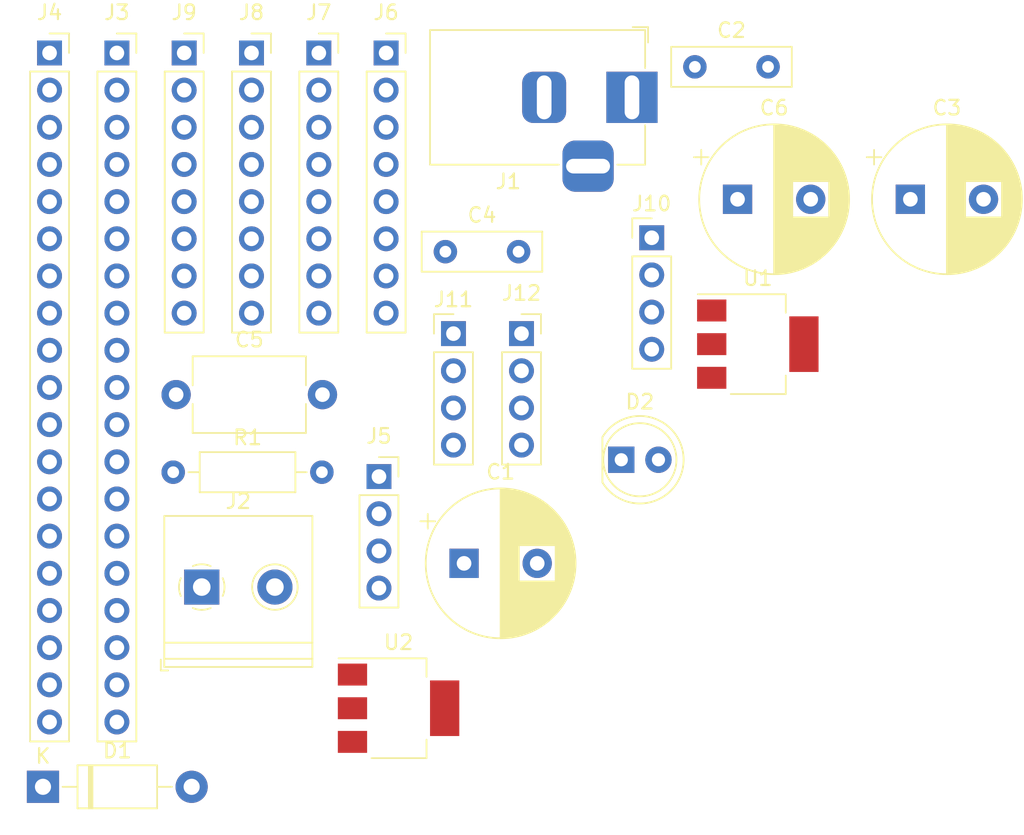
<source format=kicad_pcb>
(kicad_pcb (version 20171130) (host pcbnew "(5.1.4)-1")

  (general
    (thickness 1.6)
    (drawings 0)
    (tracks 0)
    (zones 0)
    (modules 23)
    (nets 51)
  )

  (page A4)
  (title_block
    (title "3D Mapping Modular Board")
    (date 2020-06-15)
    (rev V1.0)
    (company "LEEC / DEE / ISEP")
    (comment 3 1160628@isep.ipp.pt)
    (comment 4 "Carlos Jorge Vieira da Silva")
  )

  (layers
    (0 F.Cu signal)
    (31 B.Cu signal)
    (32 B.Adhes user)
    (33 F.Adhes user)
    (34 B.Paste user)
    (35 F.Paste user)
    (36 B.SilkS user)
    (37 F.SilkS user)
    (38 B.Mask user)
    (39 F.Mask user)
    (40 Dwgs.User user)
    (41 Cmts.User user)
    (42 Eco1.User user)
    (43 Eco2.User user)
    (44 Edge.Cuts user)
    (45 Margin user)
    (46 B.CrtYd user)
    (47 F.CrtYd user)
    (48 B.Fab user)
    (49 F.Fab user)
  )

  (setup
    (last_trace_width 0.25)
    (trace_clearance 0.2)
    (zone_clearance 0.508)
    (zone_45_only no)
    (trace_min 0.2)
    (via_size 0.8)
    (via_drill 0.4)
    (via_min_size 0.4)
    (via_min_drill 0.3)
    (uvia_size 0.3)
    (uvia_drill 0.1)
    (uvias_allowed no)
    (uvia_min_size 0.2)
    (uvia_min_drill 0.1)
    (edge_width 0.05)
    (segment_width 0.2)
    (pcb_text_width 0.3)
    (pcb_text_size 1.5 1.5)
    (mod_edge_width 0.12)
    (mod_text_size 1 1)
    (mod_text_width 0.15)
    (pad_size 1.524 1.524)
    (pad_drill 0.762)
    (pad_to_mask_clearance 0.051)
    (solder_mask_min_width 0.25)
    (aux_axis_origin 0 0)
    (visible_elements 7FFFFFFF)
    (pcbplotparams
      (layerselection 0x010fc_ffffffff)
      (usegerberextensions false)
      (usegerberattributes false)
      (usegerberadvancedattributes false)
      (creategerberjobfile false)
      (excludeedgelayer true)
      (linewidth 0.100000)
      (plotframeref false)
      (viasonmask false)
      (mode 1)
      (useauxorigin false)
      (hpglpennumber 1)
      (hpglpenspeed 20)
      (hpglpendiameter 15.000000)
      (psnegative false)
      (psa4output false)
      (plotreference true)
      (plotvalue true)
      (plotinvisibletext false)
      (padsonsilk false)
      (subtractmaskfromsilk false)
      (outputformat 1)
      (mirror false)
      (drillshape 1)
      (scaleselection 1)
      (outputdirectory ""))
  )

  (net 0 "")
  (net 1 GND)
  (net 2 M_VCC_B)
  (net 3 "Net-(C2-Pad1)")
  (net 4 5V)
  (net 5 3.3V)
  (net 6 "Net-(D2-Pad2)")
  (net 7 SD3)
  (net 8 SD2)
  (net 9 DIR_S)
  (net 10 G12)
  (net 11 G14)
  (net 12 G27)
  (net 13 G26)
  (net 14 G25)
  (net 15 G33)
  (net 16 DIR_B)
  (net 17 G35)
  (net 18 G34)
  (net 19 SN)
  (net 20 SP)
  (net 21 EN)
  (net 22 G23)
  (net 23 G22)
  (net 24 TX0)
  (net 25 RX0)
  (net 26 G21)
  (net 27 G19)
  (net 28 G18)
  (net 29 G5)
  (net 30 G17)
  (net 31 G16)
  (net 32 G4)
  (net 33 G0)
  (net 34 G2)
  (net 35 G15)
  (net 36 SD1)
  (net 37 SD0)
  (net 38 CLK)
  (net 39 ~ENABLE_B)
  (net 40 ~ENABLE_S)
  (net 41 B2_B)
  (net 42 B1_B)
  (net 43 A1_B)
  (net 44 A2_B)
  (net 45 ~FAULT_B)
  (net 46 B2_S)
  (net 47 B1_S)
  (net 48 A1_S)
  (net 49 A2_S)
  (net 50 ~FAULT_S)

  (net_class Default "Esta é a classe de rede padrão."
    (clearance 0.2)
    (trace_width 0.25)
    (via_dia 0.8)
    (via_drill 0.4)
    (uvia_dia 0.3)
    (uvia_drill 0.1)
    (add_net 3.3V)
    (add_net 5V)
    (add_net A1_B)
    (add_net A1_S)
    (add_net A2_B)
    (add_net A2_S)
    (add_net B1_B)
    (add_net B1_S)
    (add_net B2_B)
    (add_net B2_S)
    (add_net CLK)
    (add_net DIR_B)
    (add_net DIR_S)
    (add_net EN)
    (add_net G0)
    (add_net G12)
    (add_net G14)
    (add_net G15)
    (add_net G16)
    (add_net G17)
    (add_net G18)
    (add_net G19)
    (add_net G2)
    (add_net G21)
    (add_net G22)
    (add_net G23)
    (add_net G25)
    (add_net G26)
    (add_net G27)
    (add_net G33)
    (add_net G34)
    (add_net G35)
    (add_net G4)
    (add_net G5)
    (add_net GND)
    (add_net M_VCC_B)
    (add_net "Net-(C2-Pad1)")
    (add_net "Net-(D2-Pad2)")
    (add_net RX0)
    (add_net SD0)
    (add_net SD1)
    (add_net SD2)
    (add_net SD3)
    (add_net SN)
    (add_net SP)
    (add_net TX0)
    (add_net ~ENABLE_B)
    (add_net ~ENABLE_S)
    (add_net ~FAULT_B)
    (add_net ~FAULT_S)
  )

  (module Capacitor_THT:CP_Radial_D10.0mm_P5.00mm (layer F.Cu) (tedit 5AE50EF1) (tstamp 5EE72FC9)
    (at 128.447647 82.679001)
    (descr "CP, Radial series, Radial, pin pitch=5.00mm, , diameter=10mm, Electrolytic Capacitor")
    (tags "CP Radial series Radial pin pitch 5.00mm  diameter 10mm Electrolytic Capacitor")
    (path /5EE6AA86)
    (fp_text reference C1 (at 2.5 -6.25) (layer F.SilkS)
      (effects (font (size 1 1) (thickness 0.15)))
    )
    (fp_text value 100uF (at 2.5 6.25) (layer F.Fab)
      (effects (font (size 1 1) (thickness 0.15)))
    )
    (fp_text user %R (at 2.5 0) (layer F.Fab)
      (effects (font (size 1 1) (thickness 0.15)))
    )
    (fp_line (start -2.479646 -3.375) (end -2.479646 -2.375) (layer F.SilkS) (width 0.12))
    (fp_line (start -2.979646 -2.875) (end -1.979646 -2.875) (layer F.SilkS) (width 0.12))
    (fp_line (start 7.581 -0.599) (end 7.581 0.599) (layer F.SilkS) (width 0.12))
    (fp_line (start 7.541 -0.862) (end 7.541 0.862) (layer F.SilkS) (width 0.12))
    (fp_line (start 7.501 -1.062) (end 7.501 1.062) (layer F.SilkS) (width 0.12))
    (fp_line (start 7.461 -1.23) (end 7.461 1.23) (layer F.SilkS) (width 0.12))
    (fp_line (start 7.421 -1.378) (end 7.421 1.378) (layer F.SilkS) (width 0.12))
    (fp_line (start 7.381 -1.51) (end 7.381 1.51) (layer F.SilkS) (width 0.12))
    (fp_line (start 7.341 -1.63) (end 7.341 1.63) (layer F.SilkS) (width 0.12))
    (fp_line (start 7.301 -1.742) (end 7.301 1.742) (layer F.SilkS) (width 0.12))
    (fp_line (start 7.261 -1.846) (end 7.261 1.846) (layer F.SilkS) (width 0.12))
    (fp_line (start 7.221 -1.944) (end 7.221 1.944) (layer F.SilkS) (width 0.12))
    (fp_line (start 7.181 -2.037) (end 7.181 2.037) (layer F.SilkS) (width 0.12))
    (fp_line (start 7.141 -2.125) (end 7.141 2.125) (layer F.SilkS) (width 0.12))
    (fp_line (start 7.101 -2.209) (end 7.101 2.209) (layer F.SilkS) (width 0.12))
    (fp_line (start 7.061 -2.289) (end 7.061 2.289) (layer F.SilkS) (width 0.12))
    (fp_line (start 7.021 -2.365) (end 7.021 2.365) (layer F.SilkS) (width 0.12))
    (fp_line (start 6.981 -2.439) (end 6.981 2.439) (layer F.SilkS) (width 0.12))
    (fp_line (start 6.941 -2.51) (end 6.941 2.51) (layer F.SilkS) (width 0.12))
    (fp_line (start 6.901 -2.579) (end 6.901 2.579) (layer F.SilkS) (width 0.12))
    (fp_line (start 6.861 -2.645) (end 6.861 2.645) (layer F.SilkS) (width 0.12))
    (fp_line (start 6.821 -2.709) (end 6.821 2.709) (layer F.SilkS) (width 0.12))
    (fp_line (start 6.781 -2.77) (end 6.781 2.77) (layer F.SilkS) (width 0.12))
    (fp_line (start 6.741 -2.83) (end 6.741 2.83) (layer F.SilkS) (width 0.12))
    (fp_line (start 6.701 -2.889) (end 6.701 2.889) (layer F.SilkS) (width 0.12))
    (fp_line (start 6.661 -2.945) (end 6.661 2.945) (layer F.SilkS) (width 0.12))
    (fp_line (start 6.621 -3) (end 6.621 3) (layer F.SilkS) (width 0.12))
    (fp_line (start 6.581 -3.054) (end 6.581 3.054) (layer F.SilkS) (width 0.12))
    (fp_line (start 6.541 -3.106) (end 6.541 3.106) (layer F.SilkS) (width 0.12))
    (fp_line (start 6.501 -3.156) (end 6.501 3.156) (layer F.SilkS) (width 0.12))
    (fp_line (start 6.461 -3.206) (end 6.461 3.206) (layer F.SilkS) (width 0.12))
    (fp_line (start 6.421 -3.254) (end 6.421 3.254) (layer F.SilkS) (width 0.12))
    (fp_line (start 6.381 -3.301) (end 6.381 3.301) (layer F.SilkS) (width 0.12))
    (fp_line (start 6.341 -3.347) (end 6.341 3.347) (layer F.SilkS) (width 0.12))
    (fp_line (start 6.301 -3.392) (end 6.301 3.392) (layer F.SilkS) (width 0.12))
    (fp_line (start 6.261 -3.436) (end 6.261 3.436) (layer F.SilkS) (width 0.12))
    (fp_line (start 6.221 1.241) (end 6.221 3.478) (layer F.SilkS) (width 0.12))
    (fp_line (start 6.221 -3.478) (end 6.221 -1.241) (layer F.SilkS) (width 0.12))
    (fp_line (start 6.181 1.241) (end 6.181 3.52) (layer F.SilkS) (width 0.12))
    (fp_line (start 6.181 -3.52) (end 6.181 -1.241) (layer F.SilkS) (width 0.12))
    (fp_line (start 6.141 1.241) (end 6.141 3.561) (layer F.SilkS) (width 0.12))
    (fp_line (start 6.141 -3.561) (end 6.141 -1.241) (layer F.SilkS) (width 0.12))
    (fp_line (start 6.101 1.241) (end 6.101 3.601) (layer F.SilkS) (width 0.12))
    (fp_line (start 6.101 -3.601) (end 6.101 -1.241) (layer F.SilkS) (width 0.12))
    (fp_line (start 6.061 1.241) (end 6.061 3.64) (layer F.SilkS) (width 0.12))
    (fp_line (start 6.061 -3.64) (end 6.061 -1.241) (layer F.SilkS) (width 0.12))
    (fp_line (start 6.021 1.241) (end 6.021 3.679) (layer F.SilkS) (width 0.12))
    (fp_line (start 6.021 -3.679) (end 6.021 -1.241) (layer F.SilkS) (width 0.12))
    (fp_line (start 5.981 1.241) (end 5.981 3.716) (layer F.SilkS) (width 0.12))
    (fp_line (start 5.981 -3.716) (end 5.981 -1.241) (layer F.SilkS) (width 0.12))
    (fp_line (start 5.941 1.241) (end 5.941 3.753) (layer F.SilkS) (width 0.12))
    (fp_line (start 5.941 -3.753) (end 5.941 -1.241) (layer F.SilkS) (width 0.12))
    (fp_line (start 5.901 1.241) (end 5.901 3.789) (layer F.SilkS) (width 0.12))
    (fp_line (start 5.901 -3.789) (end 5.901 -1.241) (layer F.SilkS) (width 0.12))
    (fp_line (start 5.861 1.241) (end 5.861 3.824) (layer F.SilkS) (width 0.12))
    (fp_line (start 5.861 -3.824) (end 5.861 -1.241) (layer F.SilkS) (width 0.12))
    (fp_line (start 5.821 1.241) (end 5.821 3.858) (layer F.SilkS) (width 0.12))
    (fp_line (start 5.821 -3.858) (end 5.821 -1.241) (layer F.SilkS) (width 0.12))
    (fp_line (start 5.781 1.241) (end 5.781 3.892) (layer F.SilkS) (width 0.12))
    (fp_line (start 5.781 -3.892) (end 5.781 -1.241) (layer F.SilkS) (width 0.12))
    (fp_line (start 5.741 1.241) (end 5.741 3.925) (layer F.SilkS) (width 0.12))
    (fp_line (start 5.741 -3.925) (end 5.741 -1.241) (layer F.SilkS) (width 0.12))
    (fp_line (start 5.701 1.241) (end 5.701 3.957) (layer F.SilkS) (width 0.12))
    (fp_line (start 5.701 -3.957) (end 5.701 -1.241) (layer F.SilkS) (width 0.12))
    (fp_line (start 5.661 1.241) (end 5.661 3.989) (layer F.SilkS) (width 0.12))
    (fp_line (start 5.661 -3.989) (end 5.661 -1.241) (layer F.SilkS) (width 0.12))
    (fp_line (start 5.621 1.241) (end 5.621 4.02) (layer F.SilkS) (width 0.12))
    (fp_line (start 5.621 -4.02) (end 5.621 -1.241) (layer F.SilkS) (width 0.12))
    (fp_line (start 5.581 1.241) (end 5.581 4.05) (layer F.SilkS) (width 0.12))
    (fp_line (start 5.581 -4.05) (end 5.581 -1.241) (layer F.SilkS) (width 0.12))
    (fp_line (start 5.541 1.241) (end 5.541 4.08) (layer F.SilkS) (width 0.12))
    (fp_line (start 5.541 -4.08) (end 5.541 -1.241) (layer F.SilkS) (width 0.12))
    (fp_line (start 5.501 1.241) (end 5.501 4.11) (layer F.SilkS) (width 0.12))
    (fp_line (start 5.501 -4.11) (end 5.501 -1.241) (layer F.SilkS) (width 0.12))
    (fp_line (start 5.461 1.241) (end 5.461 4.138) (layer F.SilkS) (width 0.12))
    (fp_line (start 5.461 -4.138) (end 5.461 -1.241) (layer F.SilkS) (width 0.12))
    (fp_line (start 5.421 1.241) (end 5.421 4.166) (layer F.SilkS) (width 0.12))
    (fp_line (start 5.421 -4.166) (end 5.421 -1.241) (layer F.SilkS) (width 0.12))
    (fp_line (start 5.381 1.241) (end 5.381 4.194) (layer F.SilkS) (width 0.12))
    (fp_line (start 5.381 -4.194) (end 5.381 -1.241) (layer F.SilkS) (width 0.12))
    (fp_line (start 5.341 1.241) (end 5.341 4.221) (layer F.SilkS) (width 0.12))
    (fp_line (start 5.341 -4.221) (end 5.341 -1.241) (layer F.SilkS) (width 0.12))
    (fp_line (start 5.301 1.241) (end 5.301 4.247) (layer F.SilkS) (width 0.12))
    (fp_line (start 5.301 -4.247) (end 5.301 -1.241) (layer F.SilkS) (width 0.12))
    (fp_line (start 5.261 1.241) (end 5.261 4.273) (layer F.SilkS) (width 0.12))
    (fp_line (start 5.261 -4.273) (end 5.261 -1.241) (layer F.SilkS) (width 0.12))
    (fp_line (start 5.221 1.241) (end 5.221 4.298) (layer F.SilkS) (width 0.12))
    (fp_line (start 5.221 -4.298) (end 5.221 -1.241) (layer F.SilkS) (width 0.12))
    (fp_line (start 5.181 1.241) (end 5.181 4.323) (layer F.SilkS) (width 0.12))
    (fp_line (start 5.181 -4.323) (end 5.181 -1.241) (layer F.SilkS) (width 0.12))
    (fp_line (start 5.141 1.241) (end 5.141 4.347) (layer F.SilkS) (width 0.12))
    (fp_line (start 5.141 -4.347) (end 5.141 -1.241) (layer F.SilkS) (width 0.12))
    (fp_line (start 5.101 1.241) (end 5.101 4.371) (layer F.SilkS) (width 0.12))
    (fp_line (start 5.101 -4.371) (end 5.101 -1.241) (layer F.SilkS) (width 0.12))
    (fp_line (start 5.061 1.241) (end 5.061 4.395) (layer F.SilkS) (width 0.12))
    (fp_line (start 5.061 -4.395) (end 5.061 -1.241) (layer F.SilkS) (width 0.12))
    (fp_line (start 5.021 1.241) (end 5.021 4.417) (layer F.SilkS) (width 0.12))
    (fp_line (start 5.021 -4.417) (end 5.021 -1.241) (layer F.SilkS) (width 0.12))
    (fp_line (start 4.981 1.241) (end 4.981 4.44) (layer F.SilkS) (width 0.12))
    (fp_line (start 4.981 -4.44) (end 4.981 -1.241) (layer F.SilkS) (width 0.12))
    (fp_line (start 4.941 1.241) (end 4.941 4.462) (layer F.SilkS) (width 0.12))
    (fp_line (start 4.941 -4.462) (end 4.941 -1.241) (layer F.SilkS) (width 0.12))
    (fp_line (start 4.901 1.241) (end 4.901 4.483) (layer F.SilkS) (width 0.12))
    (fp_line (start 4.901 -4.483) (end 4.901 -1.241) (layer F.SilkS) (width 0.12))
    (fp_line (start 4.861 1.241) (end 4.861 4.504) (layer F.SilkS) (width 0.12))
    (fp_line (start 4.861 -4.504) (end 4.861 -1.241) (layer F.SilkS) (width 0.12))
    (fp_line (start 4.821 1.241) (end 4.821 4.525) (layer F.SilkS) (width 0.12))
    (fp_line (start 4.821 -4.525) (end 4.821 -1.241) (layer F.SilkS) (width 0.12))
    (fp_line (start 4.781 1.241) (end 4.781 4.545) (layer F.SilkS) (width 0.12))
    (fp_line (start 4.781 -4.545) (end 4.781 -1.241) (layer F.SilkS) (width 0.12))
    (fp_line (start 4.741 1.241) (end 4.741 4.564) (layer F.SilkS) (width 0.12))
    (fp_line (start 4.741 -4.564) (end 4.741 -1.241) (layer F.SilkS) (width 0.12))
    (fp_line (start 4.701 1.241) (end 4.701 4.584) (layer F.SilkS) (width 0.12))
    (fp_line (start 4.701 -4.584) (end 4.701 -1.241) (layer F.SilkS) (width 0.12))
    (fp_line (start 4.661 1.241) (end 4.661 4.603) (layer F.SilkS) (width 0.12))
    (fp_line (start 4.661 -4.603) (end 4.661 -1.241) (layer F.SilkS) (width 0.12))
    (fp_line (start 4.621 1.241) (end 4.621 4.621) (layer F.SilkS) (width 0.12))
    (fp_line (start 4.621 -4.621) (end 4.621 -1.241) (layer F.SilkS) (width 0.12))
    (fp_line (start 4.581 1.241) (end 4.581 4.639) (layer F.SilkS) (width 0.12))
    (fp_line (start 4.581 -4.639) (end 4.581 -1.241) (layer F.SilkS) (width 0.12))
    (fp_line (start 4.541 1.241) (end 4.541 4.657) (layer F.SilkS) (width 0.12))
    (fp_line (start 4.541 -4.657) (end 4.541 -1.241) (layer F.SilkS) (width 0.12))
    (fp_line (start 4.501 1.241) (end 4.501 4.674) (layer F.SilkS) (width 0.12))
    (fp_line (start 4.501 -4.674) (end 4.501 -1.241) (layer F.SilkS) (width 0.12))
    (fp_line (start 4.461 1.241) (end 4.461 4.69) (layer F.SilkS) (width 0.12))
    (fp_line (start 4.461 -4.69) (end 4.461 -1.241) (layer F.SilkS) (width 0.12))
    (fp_line (start 4.421 1.241) (end 4.421 4.707) (layer F.SilkS) (width 0.12))
    (fp_line (start 4.421 -4.707) (end 4.421 -1.241) (layer F.SilkS) (width 0.12))
    (fp_line (start 4.381 1.241) (end 4.381 4.723) (layer F.SilkS) (width 0.12))
    (fp_line (start 4.381 -4.723) (end 4.381 -1.241) (layer F.SilkS) (width 0.12))
    (fp_line (start 4.341 1.241) (end 4.341 4.738) (layer F.SilkS) (width 0.12))
    (fp_line (start 4.341 -4.738) (end 4.341 -1.241) (layer F.SilkS) (width 0.12))
    (fp_line (start 4.301 1.241) (end 4.301 4.754) (layer F.SilkS) (width 0.12))
    (fp_line (start 4.301 -4.754) (end 4.301 -1.241) (layer F.SilkS) (width 0.12))
    (fp_line (start 4.261 1.241) (end 4.261 4.768) (layer F.SilkS) (width 0.12))
    (fp_line (start 4.261 -4.768) (end 4.261 -1.241) (layer F.SilkS) (width 0.12))
    (fp_line (start 4.221 1.241) (end 4.221 4.783) (layer F.SilkS) (width 0.12))
    (fp_line (start 4.221 -4.783) (end 4.221 -1.241) (layer F.SilkS) (width 0.12))
    (fp_line (start 4.181 1.241) (end 4.181 4.797) (layer F.SilkS) (width 0.12))
    (fp_line (start 4.181 -4.797) (end 4.181 -1.241) (layer F.SilkS) (width 0.12))
    (fp_line (start 4.141 1.241) (end 4.141 4.811) (layer F.SilkS) (width 0.12))
    (fp_line (start 4.141 -4.811) (end 4.141 -1.241) (layer F.SilkS) (width 0.12))
    (fp_line (start 4.101 1.241) (end 4.101 4.824) (layer F.SilkS) (width 0.12))
    (fp_line (start 4.101 -4.824) (end 4.101 -1.241) (layer F.SilkS) (width 0.12))
    (fp_line (start 4.061 1.241) (end 4.061 4.837) (layer F.SilkS) (width 0.12))
    (fp_line (start 4.061 -4.837) (end 4.061 -1.241) (layer F.SilkS) (width 0.12))
    (fp_line (start 4.021 1.241) (end 4.021 4.85) (layer F.SilkS) (width 0.12))
    (fp_line (start 4.021 -4.85) (end 4.021 -1.241) (layer F.SilkS) (width 0.12))
    (fp_line (start 3.981 1.241) (end 3.981 4.862) (layer F.SilkS) (width 0.12))
    (fp_line (start 3.981 -4.862) (end 3.981 -1.241) (layer F.SilkS) (width 0.12))
    (fp_line (start 3.941 1.241) (end 3.941 4.874) (layer F.SilkS) (width 0.12))
    (fp_line (start 3.941 -4.874) (end 3.941 -1.241) (layer F.SilkS) (width 0.12))
    (fp_line (start 3.901 1.241) (end 3.901 4.885) (layer F.SilkS) (width 0.12))
    (fp_line (start 3.901 -4.885) (end 3.901 -1.241) (layer F.SilkS) (width 0.12))
    (fp_line (start 3.861 1.241) (end 3.861 4.897) (layer F.SilkS) (width 0.12))
    (fp_line (start 3.861 -4.897) (end 3.861 -1.241) (layer F.SilkS) (width 0.12))
    (fp_line (start 3.821 1.241) (end 3.821 4.907) (layer F.SilkS) (width 0.12))
    (fp_line (start 3.821 -4.907) (end 3.821 -1.241) (layer F.SilkS) (width 0.12))
    (fp_line (start 3.781 1.241) (end 3.781 4.918) (layer F.SilkS) (width 0.12))
    (fp_line (start 3.781 -4.918) (end 3.781 -1.241) (layer F.SilkS) (width 0.12))
    (fp_line (start 3.741 -4.928) (end 3.741 4.928) (layer F.SilkS) (width 0.12))
    (fp_line (start 3.701 -4.938) (end 3.701 4.938) (layer F.SilkS) (width 0.12))
    (fp_line (start 3.661 -4.947) (end 3.661 4.947) (layer F.SilkS) (width 0.12))
    (fp_line (start 3.621 -4.956) (end 3.621 4.956) (layer F.SilkS) (width 0.12))
    (fp_line (start 3.581 -4.965) (end 3.581 4.965) (layer F.SilkS) (width 0.12))
    (fp_line (start 3.541 -4.974) (end 3.541 4.974) (layer F.SilkS) (width 0.12))
    (fp_line (start 3.501 -4.982) (end 3.501 4.982) (layer F.SilkS) (width 0.12))
    (fp_line (start 3.461 -4.99) (end 3.461 4.99) (layer F.SilkS) (width 0.12))
    (fp_line (start 3.421 -4.997) (end 3.421 4.997) (layer F.SilkS) (width 0.12))
    (fp_line (start 3.381 -5.004) (end 3.381 5.004) (layer F.SilkS) (width 0.12))
    (fp_line (start 3.341 -5.011) (end 3.341 5.011) (layer F.SilkS) (width 0.12))
    (fp_line (start 3.301 -5.018) (end 3.301 5.018) (layer F.SilkS) (width 0.12))
    (fp_line (start 3.261 -5.024) (end 3.261 5.024) (layer F.SilkS) (width 0.12))
    (fp_line (start 3.221 -5.03) (end 3.221 5.03) (layer F.SilkS) (width 0.12))
    (fp_line (start 3.18 -5.035) (end 3.18 5.035) (layer F.SilkS) (width 0.12))
    (fp_line (start 3.14 -5.04) (end 3.14 5.04) (layer F.SilkS) (width 0.12))
    (fp_line (start 3.1 -5.045) (end 3.1 5.045) (layer F.SilkS) (width 0.12))
    (fp_line (start 3.06 -5.05) (end 3.06 5.05) (layer F.SilkS) (width 0.12))
    (fp_line (start 3.02 -5.054) (end 3.02 5.054) (layer F.SilkS) (width 0.12))
    (fp_line (start 2.98 -5.058) (end 2.98 5.058) (layer F.SilkS) (width 0.12))
    (fp_line (start 2.94 -5.062) (end 2.94 5.062) (layer F.SilkS) (width 0.12))
    (fp_line (start 2.9 -5.065) (end 2.9 5.065) (layer F.SilkS) (width 0.12))
    (fp_line (start 2.86 -5.068) (end 2.86 5.068) (layer F.SilkS) (width 0.12))
    (fp_line (start 2.82 -5.07) (end 2.82 5.07) (layer F.SilkS) (width 0.12))
    (fp_line (start 2.78 -5.073) (end 2.78 5.073) (layer F.SilkS) (width 0.12))
    (fp_line (start 2.74 -5.075) (end 2.74 5.075) (layer F.SilkS) (width 0.12))
    (fp_line (start 2.7 -5.077) (end 2.7 5.077) (layer F.SilkS) (width 0.12))
    (fp_line (start 2.66 -5.078) (end 2.66 5.078) (layer F.SilkS) (width 0.12))
    (fp_line (start 2.62 -5.079) (end 2.62 5.079) (layer F.SilkS) (width 0.12))
    (fp_line (start 2.58 -5.08) (end 2.58 5.08) (layer F.SilkS) (width 0.12))
    (fp_line (start 2.54 -5.08) (end 2.54 5.08) (layer F.SilkS) (width 0.12))
    (fp_line (start 2.5 -5.08) (end 2.5 5.08) (layer F.SilkS) (width 0.12))
    (fp_line (start -1.288861 -2.6875) (end -1.288861 -1.6875) (layer F.Fab) (width 0.1))
    (fp_line (start -1.788861 -2.1875) (end -0.788861 -2.1875) (layer F.Fab) (width 0.1))
    (fp_circle (center 2.5 0) (end 7.75 0) (layer F.CrtYd) (width 0.05))
    (fp_circle (center 2.5 0) (end 7.62 0) (layer F.SilkS) (width 0.12))
    (fp_circle (center 2.5 0) (end 7.5 0) (layer F.Fab) (width 0.1))
    (pad 2 thru_hole circle (at 5 0) (size 2 2) (drill 1) (layers *.Cu *.Mask)
      (net 1 GND))
    (pad 1 thru_hole rect (at 0 0) (size 2 2) (drill 1) (layers *.Cu *.Mask)
      (net 2 M_VCC_B))
    (model ${KISYS3DMOD}/Capacitor_THT.3dshapes/CP_Radial_D10.0mm_P5.00mm.wrl
      (at (xyz 0 0 0))
      (scale (xyz 1 1 1))
      (rotate (xyz 0 0 0))
    )
  )

  (module Capacitor_THT:CP_Radial_D10.0mm_P5.00mm (layer F.Cu) (tedit 5AE50EF1) (tstamp 5EE730AA)
    (at 158.947647 57.799001)
    (descr "CP, Radial series, Radial, pin pitch=5.00mm, , diameter=10mm, Electrolytic Capacitor")
    (tags "CP Radial series Radial pin pitch 5.00mm  diameter 10mm Electrolytic Capacitor")
    (path /5EE6D93D)
    (fp_text reference C3 (at 2.5 -6.25) (layer F.SilkS)
      (effects (font (size 1 1) (thickness 0.15)))
    )
    (fp_text value 100uF (at 2.5 6.25) (layer F.Fab)
      (effects (font (size 1 1) (thickness 0.15)))
    )
    (fp_circle (center 2.5 0) (end 7.5 0) (layer F.Fab) (width 0.1))
    (fp_circle (center 2.5 0) (end 7.62 0) (layer F.SilkS) (width 0.12))
    (fp_circle (center 2.5 0) (end 7.75 0) (layer F.CrtYd) (width 0.05))
    (fp_line (start -1.788861 -2.1875) (end -0.788861 -2.1875) (layer F.Fab) (width 0.1))
    (fp_line (start -1.288861 -2.6875) (end -1.288861 -1.6875) (layer F.Fab) (width 0.1))
    (fp_line (start 2.5 -5.08) (end 2.5 5.08) (layer F.SilkS) (width 0.12))
    (fp_line (start 2.54 -5.08) (end 2.54 5.08) (layer F.SilkS) (width 0.12))
    (fp_line (start 2.58 -5.08) (end 2.58 5.08) (layer F.SilkS) (width 0.12))
    (fp_line (start 2.62 -5.079) (end 2.62 5.079) (layer F.SilkS) (width 0.12))
    (fp_line (start 2.66 -5.078) (end 2.66 5.078) (layer F.SilkS) (width 0.12))
    (fp_line (start 2.7 -5.077) (end 2.7 5.077) (layer F.SilkS) (width 0.12))
    (fp_line (start 2.74 -5.075) (end 2.74 5.075) (layer F.SilkS) (width 0.12))
    (fp_line (start 2.78 -5.073) (end 2.78 5.073) (layer F.SilkS) (width 0.12))
    (fp_line (start 2.82 -5.07) (end 2.82 5.07) (layer F.SilkS) (width 0.12))
    (fp_line (start 2.86 -5.068) (end 2.86 5.068) (layer F.SilkS) (width 0.12))
    (fp_line (start 2.9 -5.065) (end 2.9 5.065) (layer F.SilkS) (width 0.12))
    (fp_line (start 2.94 -5.062) (end 2.94 5.062) (layer F.SilkS) (width 0.12))
    (fp_line (start 2.98 -5.058) (end 2.98 5.058) (layer F.SilkS) (width 0.12))
    (fp_line (start 3.02 -5.054) (end 3.02 5.054) (layer F.SilkS) (width 0.12))
    (fp_line (start 3.06 -5.05) (end 3.06 5.05) (layer F.SilkS) (width 0.12))
    (fp_line (start 3.1 -5.045) (end 3.1 5.045) (layer F.SilkS) (width 0.12))
    (fp_line (start 3.14 -5.04) (end 3.14 5.04) (layer F.SilkS) (width 0.12))
    (fp_line (start 3.18 -5.035) (end 3.18 5.035) (layer F.SilkS) (width 0.12))
    (fp_line (start 3.221 -5.03) (end 3.221 5.03) (layer F.SilkS) (width 0.12))
    (fp_line (start 3.261 -5.024) (end 3.261 5.024) (layer F.SilkS) (width 0.12))
    (fp_line (start 3.301 -5.018) (end 3.301 5.018) (layer F.SilkS) (width 0.12))
    (fp_line (start 3.341 -5.011) (end 3.341 5.011) (layer F.SilkS) (width 0.12))
    (fp_line (start 3.381 -5.004) (end 3.381 5.004) (layer F.SilkS) (width 0.12))
    (fp_line (start 3.421 -4.997) (end 3.421 4.997) (layer F.SilkS) (width 0.12))
    (fp_line (start 3.461 -4.99) (end 3.461 4.99) (layer F.SilkS) (width 0.12))
    (fp_line (start 3.501 -4.982) (end 3.501 4.982) (layer F.SilkS) (width 0.12))
    (fp_line (start 3.541 -4.974) (end 3.541 4.974) (layer F.SilkS) (width 0.12))
    (fp_line (start 3.581 -4.965) (end 3.581 4.965) (layer F.SilkS) (width 0.12))
    (fp_line (start 3.621 -4.956) (end 3.621 4.956) (layer F.SilkS) (width 0.12))
    (fp_line (start 3.661 -4.947) (end 3.661 4.947) (layer F.SilkS) (width 0.12))
    (fp_line (start 3.701 -4.938) (end 3.701 4.938) (layer F.SilkS) (width 0.12))
    (fp_line (start 3.741 -4.928) (end 3.741 4.928) (layer F.SilkS) (width 0.12))
    (fp_line (start 3.781 -4.918) (end 3.781 -1.241) (layer F.SilkS) (width 0.12))
    (fp_line (start 3.781 1.241) (end 3.781 4.918) (layer F.SilkS) (width 0.12))
    (fp_line (start 3.821 -4.907) (end 3.821 -1.241) (layer F.SilkS) (width 0.12))
    (fp_line (start 3.821 1.241) (end 3.821 4.907) (layer F.SilkS) (width 0.12))
    (fp_line (start 3.861 -4.897) (end 3.861 -1.241) (layer F.SilkS) (width 0.12))
    (fp_line (start 3.861 1.241) (end 3.861 4.897) (layer F.SilkS) (width 0.12))
    (fp_line (start 3.901 -4.885) (end 3.901 -1.241) (layer F.SilkS) (width 0.12))
    (fp_line (start 3.901 1.241) (end 3.901 4.885) (layer F.SilkS) (width 0.12))
    (fp_line (start 3.941 -4.874) (end 3.941 -1.241) (layer F.SilkS) (width 0.12))
    (fp_line (start 3.941 1.241) (end 3.941 4.874) (layer F.SilkS) (width 0.12))
    (fp_line (start 3.981 -4.862) (end 3.981 -1.241) (layer F.SilkS) (width 0.12))
    (fp_line (start 3.981 1.241) (end 3.981 4.862) (layer F.SilkS) (width 0.12))
    (fp_line (start 4.021 -4.85) (end 4.021 -1.241) (layer F.SilkS) (width 0.12))
    (fp_line (start 4.021 1.241) (end 4.021 4.85) (layer F.SilkS) (width 0.12))
    (fp_line (start 4.061 -4.837) (end 4.061 -1.241) (layer F.SilkS) (width 0.12))
    (fp_line (start 4.061 1.241) (end 4.061 4.837) (layer F.SilkS) (width 0.12))
    (fp_line (start 4.101 -4.824) (end 4.101 -1.241) (layer F.SilkS) (width 0.12))
    (fp_line (start 4.101 1.241) (end 4.101 4.824) (layer F.SilkS) (width 0.12))
    (fp_line (start 4.141 -4.811) (end 4.141 -1.241) (layer F.SilkS) (width 0.12))
    (fp_line (start 4.141 1.241) (end 4.141 4.811) (layer F.SilkS) (width 0.12))
    (fp_line (start 4.181 -4.797) (end 4.181 -1.241) (layer F.SilkS) (width 0.12))
    (fp_line (start 4.181 1.241) (end 4.181 4.797) (layer F.SilkS) (width 0.12))
    (fp_line (start 4.221 -4.783) (end 4.221 -1.241) (layer F.SilkS) (width 0.12))
    (fp_line (start 4.221 1.241) (end 4.221 4.783) (layer F.SilkS) (width 0.12))
    (fp_line (start 4.261 -4.768) (end 4.261 -1.241) (layer F.SilkS) (width 0.12))
    (fp_line (start 4.261 1.241) (end 4.261 4.768) (layer F.SilkS) (width 0.12))
    (fp_line (start 4.301 -4.754) (end 4.301 -1.241) (layer F.SilkS) (width 0.12))
    (fp_line (start 4.301 1.241) (end 4.301 4.754) (layer F.SilkS) (width 0.12))
    (fp_line (start 4.341 -4.738) (end 4.341 -1.241) (layer F.SilkS) (width 0.12))
    (fp_line (start 4.341 1.241) (end 4.341 4.738) (layer F.SilkS) (width 0.12))
    (fp_line (start 4.381 -4.723) (end 4.381 -1.241) (layer F.SilkS) (width 0.12))
    (fp_line (start 4.381 1.241) (end 4.381 4.723) (layer F.SilkS) (width 0.12))
    (fp_line (start 4.421 -4.707) (end 4.421 -1.241) (layer F.SilkS) (width 0.12))
    (fp_line (start 4.421 1.241) (end 4.421 4.707) (layer F.SilkS) (width 0.12))
    (fp_line (start 4.461 -4.69) (end 4.461 -1.241) (layer F.SilkS) (width 0.12))
    (fp_line (start 4.461 1.241) (end 4.461 4.69) (layer F.SilkS) (width 0.12))
    (fp_line (start 4.501 -4.674) (end 4.501 -1.241) (layer F.SilkS) (width 0.12))
    (fp_line (start 4.501 1.241) (end 4.501 4.674) (layer F.SilkS) (width 0.12))
    (fp_line (start 4.541 -4.657) (end 4.541 -1.241) (layer F.SilkS) (width 0.12))
    (fp_line (start 4.541 1.241) (end 4.541 4.657) (layer F.SilkS) (width 0.12))
    (fp_line (start 4.581 -4.639) (end 4.581 -1.241) (layer F.SilkS) (width 0.12))
    (fp_line (start 4.581 1.241) (end 4.581 4.639) (layer F.SilkS) (width 0.12))
    (fp_line (start 4.621 -4.621) (end 4.621 -1.241) (layer F.SilkS) (width 0.12))
    (fp_line (start 4.621 1.241) (end 4.621 4.621) (layer F.SilkS) (width 0.12))
    (fp_line (start 4.661 -4.603) (end 4.661 -1.241) (layer F.SilkS) (width 0.12))
    (fp_line (start 4.661 1.241) (end 4.661 4.603) (layer F.SilkS) (width 0.12))
    (fp_line (start 4.701 -4.584) (end 4.701 -1.241) (layer F.SilkS) (width 0.12))
    (fp_line (start 4.701 1.241) (end 4.701 4.584) (layer F.SilkS) (width 0.12))
    (fp_line (start 4.741 -4.564) (end 4.741 -1.241) (layer F.SilkS) (width 0.12))
    (fp_line (start 4.741 1.241) (end 4.741 4.564) (layer F.SilkS) (width 0.12))
    (fp_line (start 4.781 -4.545) (end 4.781 -1.241) (layer F.SilkS) (width 0.12))
    (fp_line (start 4.781 1.241) (end 4.781 4.545) (layer F.SilkS) (width 0.12))
    (fp_line (start 4.821 -4.525) (end 4.821 -1.241) (layer F.SilkS) (width 0.12))
    (fp_line (start 4.821 1.241) (end 4.821 4.525) (layer F.SilkS) (width 0.12))
    (fp_line (start 4.861 -4.504) (end 4.861 -1.241) (layer F.SilkS) (width 0.12))
    (fp_line (start 4.861 1.241) (end 4.861 4.504) (layer F.SilkS) (width 0.12))
    (fp_line (start 4.901 -4.483) (end 4.901 -1.241) (layer F.SilkS) (width 0.12))
    (fp_line (start 4.901 1.241) (end 4.901 4.483) (layer F.SilkS) (width 0.12))
    (fp_line (start 4.941 -4.462) (end 4.941 -1.241) (layer F.SilkS) (width 0.12))
    (fp_line (start 4.941 1.241) (end 4.941 4.462) (layer F.SilkS) (width 0.12))
    (fp_line (start 4.981 -4.44) (end 4.981 -1.241) (layer F.SilkS) (width 0.12))
    (fp_line (start 4.981 1.241) (end 4.981 4.44) (layer F.SilkS) (width 0.12))
    (fp_line (start 5.021 -4.417) (end 5.021 -1.241) (layer F.SilkS) (width 0.12))
    (fp_line (start 5.021 1.241) (end 5.021 4.417) (layer F.SilkS) (width 0.12))
    (fp_line (start 5.061 -4.395) (end 5.061 -1.241) (layer F.SilkS) (width 0.12))
    (fp_line (start 5.061 1.241) (end 5.061 4.395) (layer F.SilkS) (width 0.12))
    (fp_line (start 5.101 -4.371) (end 5.101 -1.241) (layer F.SilkS) (width 0.12))
    (fp_line (start 5.101 1.241) (end 5.101 4.371) (layer F.SilkS) (width 0.12))
    (fp_line (start 5.141 -4.347) (end 5.141 -1.241) (layer F.SilkS) (width 0.12))
    (fp_line (start 5.141 1.241) (end 5.141 4.347) (layer F.SilkS) (width 0.12))
    (fp_line (start 5.181 -4.323) (end 5.181 -1.241) (layer F.SilkS) (width 0.12))
    (fp_line (start 5.181 1.241) (end 5.181 4.323) (layer F.SilkS) (width 0.12))
    (fp_line (start 5.221 -4.298) (end 5.221 -1.241) (layer F.SilkS) (width 0.12))
    (fp_line (start 5.221 1.241) (end 5.221 4.298) (layer F.SilkS) (width 0.12))
    (fp_line (start 5.261 -4.273) (end 5.261 -1.241) (layer F.SilkS) (width 0.12))
    (fp_line (start 5.261 1.241) (end 5.261 4.273) (layer F.SilkS) (width 0.12))
    (fp_line (start 5.301 -4.247) (end 5.301 -1.241) (layer F.SilkS) (width 0.12))
    (fp_line (start 5.301 1.241) (end 5.301 4.247) (layer F.SilkS) (width 0.12))
    (fp_line (start 5.341 -4.221) (end 5.341 -1.241) (layer F.SilkS) (width 0.12))
    (fp_line (start 5.341 1.241) (end 5.341 4.221) (layer F.SilkS) (width 0.12))
    (fp_line (start 5.381 -4.194) (end 5.381 -1.241) (layer F.SilkS) (width 0.12))
    (fp_line (start 5.381 1.241) (end 5.381 4.194) (layer F.SilkS) (width 0.12))
    (fp_line (start 5.421 -4.166) (end 5.421 -1.241) (layer F.SilkS) (width 0.12))
    (fp_line (start 5.421 1.241) (end 5.421 4.166) (layer F.SilkS) (width 0.12))
    (fp_line (start 5.461 -4.138) (end 5.461 -1.241) (layer F.SilkS) (width 0.12))
    (fp_line (start 5.461 1.241) (end 5.461 4.138) (layer F.SilkS) (width 0.12))
    (fp_line (start 5.501 -4.11) (end 5.501 -1.241) (layer F.SilkS) (width 0.12))
    (fp_line (start 5.501 1.241) (end 5.501 4.11) (layer F.SilkS) (width 0.12))
    (fp_line (start 5.541 -4.08) (end 5.541 -1.241) (layer F.SilkS) (width 0.12))
    (fp_line (start 5.541 1.241) (end 5.541 4.08) (layer F.SilkS) (width 0.12))
    (fp_line (start 5.581 -4.05) (end 5.581 -1.241) (layer F.SilkS) (width 0.12))
    (fp_line (start 5.581 1.241) (end 5.581 4.05) (layer F.SilkS) (width 0.12))
    (fp_line (start 5.621 -4.02) (end 5.621 -1.241) (layer F.SilkS) (width 0.12))
    (fp_line (start 5.621 1.241) (end 5.621 4.02) (layer F.SilkS) (width 0.12))
    (fp_line (start 5.661 -3.989) (end 5.661 -1.241) (layer F.SilkS) (width 0.12))
    (fp_line (start 5.661 1.241) (end 5.661 3.989) (layer F.SilkS) (width 0.12))
    (fp_line (start 5.701 -3.957) (end 5.701 -1.241) (layer F.SilkS) (width 0.12))
    (fp_line (start 5.701 1.241) (end 5.701 3.957) (layer F.SilkS) (width 0.12))
    (fp_line (start 5.741 -3.925) (end 5.741 -1.241) (layer F.SilkS) (width 0.12))
    (fp_line (start 5.741 1.241) (end 5.741 3.925) (layer F.SilkS) (width 0.12))
    (fp_line (start 5.781 -3.892) (end 5.781 -1.241) (layer F.SilkS) (width 0.12))
    (fp_line (start 5.781 1.241) (end 5.781 3.892) (layer F.SilkS) (width 0.12))
    (fp_line (start 5.821 -3.858) (end 5.821 -1.241) (layer F.SilkS) (width 0.12))
    (fp_line (start 5.821 1.241) (end 5.821 3.858) (layer F.SilkS) (width 0.12))
    (fp_line (start 5.861 -3.824) (end 5.861 -1.241) (layer F.SilkS) (width 0.12))
    (fp_line (start 5.861 1.241) (end 5.861 3.824) (layer F.SilkS) (width 0.12))
    (fp_line (start 5.901 -3.789) (end 5.901 -1.241) (layer F.SilkS) (width 0.12))
    (fp_line (start 5.901 1.241) (end 5.901 3.789) (layer F.SilkS) (width 0.12))
    (fp_line (start 5.941 -3.753) (end 5.941 -1.241) (layer F.SilkS) (width 0.12))
    (fp_line (start 5.941 1.241) (end 5.941 3.753) (layer F.SilkS) (width 0.12))
    (fp_line (start 5.981 -3.716) (end 5.981 -1.241) (layer F.SilkS) (width 0.12))
    (fp_line (start 5.981 1.241) (end 5.981 3.716) (layer F.SilkS) (width 0.12))
    (fp_line (start 6.021 -3.679) (end 6.021 -1.241) (layer F.SilkS) (width 0.12))
    (fp_line (start 6.021 1.241) (end 6.021 3.679) (layer F.SilkS) (width 0.12))
    (fp_line (start 6.061 -3.64) (end 6.061 -1.241) (layer F.SilkS) (width 0.12))
    (fp_line (start 6.061 1.241) (end 6.061 3.64) (layer F.SilkS) (width 0.12))
    (fp_line (start 6.101 -3.601) (end 6.101 -1.241) (layer F.SilkS) (width 0.12))
    (fp_line (start 6.101 1.241) (end 6.101 3.601) (layer F.SilkS) (width 0.12))
    (fp_line (start 6.141 -3.561) (end 6.141 -1.241) (layer F.SilkS) (width 0.12))
    (fp_line (start 6.141 1.241) (end 6.141 3.561) (layer F.SilkS) (width 0.12))
    (fp_line (start 6.181 -3.52) (end 6.181 -1.241) (layer F.SilkS) (width 0.12))
    (fp_line (start 6.181 1.241) (end 6.181 3.52) (layer F.SilkS) (width 0.12))
    (fp_line (start 6.221 -3.478) (end 6.221 -1.241) (layer F.SilkS) (width 0.12))
    (fp_line (start 6.221 1.241) (end 6.221 3.478) (layer F.SilkS) (width 0.12))
    (fp_line (start 6.261 -3.436) (end 6.261 3.436) (layer F.SilkS) (width 0.12))
    (fp_line (start 6.301 -3.392) (end 6.301 3.392) (layer F.SilkS) (width 0.12))
    (fp_line (start 6.341 -3.347) (end 6.341 3.347) (layer F.SilkS) (width 0.12))
    (fp_line (start 6.381 -3.301) (end 6.381 3.301) (layer F.SilkS) (width 0.12))
    (fp_line (start 6.421 -3.254) (end 6.421 3.254) (layer F.SilkS) (width 0.12))
    (fp_line (start 6.461 -3.206) (end 6.461 3.206) (layer F.SilkS) (width 0.12))
    (fp_line (start 6.501 -3.156) (end 6.501 3.156) (layer F.SilkS) (width 0.12))
    (fp_line (start 6.541 -3.106) (end 6.541 3.106) (layer F.SilkS) (width 0.12))
    (fp_line (start 6.581 -3.054) (end 6.581 3.054) (layer F.SilkS) (width 0.12))
    (fp_line (start 6.621 -3) (end 6.621 3) (layer F.SilkS) (width 0.12))
    (fp_line (start 6.661 -2.945) (end 6.661 2.945) (layer F.SilkS) (width 0.12))
    (fp_line (start 6.701 -2.889) (end 6.701 2.889) (layer F.SilkS) (width 0.12))
    (fp_line (start 6.741 -2.83) (end 6.741 2.83) (layer F.SilkS) (width 0.12))
    (fp_line (start 6.781 -2.77) (end 6.781 2.77) (layer F.SilkS) (width 0.12))
    (fp_line (start 6.821 -2.709) (end 6.821 2.709) (layer F.SilkS) (width 0.12))
    (fp_line (start 6.861 -2.645) (end 6.861 2.645) (layer F.SilkS) (width 0.12))
    (fp_line (start 6.901 -2.579) (end 6.901 2.579) (layer F.SilkS) (width 0.12))
    (fp_line (start 6.941 -2.51) (end 6.941 2.51) (layer F.SilkS) (width 0.12))
    (fp_line (start 6.981 -2.439) (end 6.981 2.439) (layer F.SilkS) (width 0.12))
    (fp_line (start 7.021 -2.365) (end 7.021 2.365) (layer F.SilkS) (width 0.12))
    (fp_line (start 7.061 -2.289) (end 7.061 2.289) (layer F.SilkS) (width 0.12))
    (fp_line (start 7.101 -2.209) (end 7.101 2.209) (layer F.SilkS) (width 0.12))
    (fp_line (start 7.141 -2.125) (end 7.141 2.125) (layer F.SilkS) (width 0.12))
    (fp_line (start 7.181 -2.037) (end 7.181 2.037) (layer F.SilkS) (width 0.12))
    (fp_line (start 7.221 -1.944) (end 7.221 1.944) (layer F.SilkS) (width 0.12))
    (fp_line (start 7.261 -1.846) (end 7.261 1.846) (layer F.SilkS) (width 0.12))
    (fp_line (start 7.301 -1.742) (end 7.301 1.742) (layer F.SilkS) (width 0.12))
    (fp_line (start 7.341 -1.63) (end 7.341 1.63) (layer F.SilkS) (width 0.12))
    (fp_line (start 7.381 -1.51) (end 7.381 1.51) (layer F.SilkS) (width 0.12))
    (fp_line (start 7.421 -1.378) (end 7.421 1.378) (layer F.SilkS) (width 0.12))
    (fp_line (start 7.461 -1.23) (end 7.461 1.23) (layer F.SilkS) (width 0.12))
    (fp_line (start 7.501 -1.062) (end 7.501 1.062) (layer F.SilkS) (width 0.12))
    (fp_line (start 7.541 -0.862) (end 7.541 0.862) (layer F.SilkS) (width 0.12))
    (fp_line (start 7.581 -0.599) (end 7.581 0.599) (layer F.SilkS) (width 0.12))
    (fp_line (start -2.979646 -2.875) (end -1.979646 -2.875) (layer F.SilkS) (width 0.12))
    (fp_line (start -2.479646 -3.375) (end -2.479646 -2.375) (layer F.SilkS) (width 0.12))
    (fp_text user %R (at 2.5 0) (layer F.Fab)
      (effects (font (size 1 1) (thickness 0.15)))
    )
    (pad 1 thru_hole rect (at 0 0) (size 2 2) (drill 1) (layers *.Cu *.Mask)
      (net 4 5V))
    (pad 2 thru_hole circle (at 5 0) (size 2 2) (drill 1) (layers *.Cu *.Mask)
      (net 1 GND))
    (model ${KISYS3DMOD}/Capacitor_THT.3dshapes/CP_Radial_D10.0mm_P5.00mm.wrl
      (at (xyz 0 0 0))
      (scale (xyz 1 1 1))
      (rotate (xyz 0 0 0))
    )
  )

  (module Capacitor_THT:C_Disc_D7.5mm_W5.0mm_P10.00mm (layer F.Cu) (tedit 5AE50EF0) (tstamp 5EE730D4)
    (at 108.773001 71.149001)
    (descr "C, Disc series, Radial, pin pitch=10.00mm, , diameter*width=7.5*5.0mm^2, Capacitor, http://www.vishay.com/docs/28535/vy2series.pdf")
    (tags "C Disc series Radial pin pitch 10.00mm  diameter 7.5mm width 5.0mm Capacitor")
    (path /5EE6E77D)
    (fp_text reference C5 (at 5 -3.75) (layer F.SilkS)
      (effects (font (size 1 1) (thickness 0.15)))
    )
    (fp_text value 1uF (at 5 3.75) (layer F.Fab)
      (effects (font (size 1 1) (thickness 0.15)))
    )
    (fp_line (start 1.25 -2.5) (end 1.25 2.5) (layer F.Fab) (width 0.1))
    (fp_line (start 1.25 2.5) (end 8.75 2.5) (layer F.Fab) (width 0.1))
    (fp_line (start 8.75 2.5) (end 8.75 -2.5) (layer F.Fab) (width 0.1))
    (fp_line (start 8.75 -2.5) (end 1.25 -2.5) (layer F.Fab) (width 0.1))
    (fp_line (start 1.13 -2.62) (end 8.87 -2.62) (layer F.SilkS) (width 0.12))
    (fp_line (start 1.13 2.62) (end 8.87 2.62) (layer F.SilkS) (width 0.12))
    (fp_line (start 1.13 -2.62) (end 1.13 -0.636) (layer F.SilkS) (width 0.12))
    (fp_line (start 1.13 0.636) (end 1.13 2.62) (layer F.SilkS) (width 0.12))
    (fp_line (start 8.87 -2.62) (end 8.87 -0.636) (layer F.SilkS) (width 0.12))
    (fp_line (start 8.87 0.636) (end 8.87 2.62) (layer F.SilkS) (width 0.12))
    (fp_line (start -1.25 -2.75) (end -1.25 2.75) (layer F.CrtYd) (width 0.05))
    (fp_line (start -1.25 2.75) (end 11.25 2.75) (layer F.CrtYd) (width 0.05))
    (fp_line (start 11.25 2.75) (end 11.25 -2.75) (layer F.CrtYd) (width 0.05))
    (fp_line (start 11.25 -2.75) (end -1.25 -2.75) (layer F.CrtYd) (width 0.05))
    (fp_text user %R (at 5 0) (layer F.Fab)
      (effects (font (size 1 1) (thickness 0.15)))
    )
    (pad 1 thru_hole circle (at 0 0) (size 2 2) (drill 1) (layers *.Cu *.Mask)
      (net 5 3.3V))
    (pad 2 thru_hole circle (at 10 0) (size 2 2) (drill 1) (layers *.Cu *.Mask)
      (net 1 GND))
    (model ${KISYS3DMOD}/Capacitor_THT.3dshapes/C_Disc_D7.5mm_W5.0mm_P10.00mm.wrl
      (at (xyz 0 0 0))
      (scale (xyz 1 1 1))
      (rotate (xyz 0 0 0))
    )
  )

  (module Capacitor_THT:CP_Radial_D10.0mm_P5.00mm (layer F.Cu) (tedit 5AE50EF1) (tstamp 5EE731A0)
    (at 147.137647 57.799001)
    (descr "CP, Radial series, Radial, pin pitch=5.00mm, , diameter=10mm, Electrolytic Capacitor")
    (tags "CP Radial series Radial pin pitch 5.00mm  diameter 10mm Electrolytic Capacitor")
    (path /5EFC9155)
    (fp_text reference C6 (at 2.5 -6.25) (layer F.SilkS)
      (effects (font (size 1 1) (thickness 0.15)))
    )
    (fp_text value 100uF (at 2.5 6.25) (layer F.Fab)
      (effects (font (size 1 1) (thickness 0.15)))
    )
    (fp_circle (center 2.5 0) (end 7.5 0) (layer F.Fab) (width 0.1))
    (fp_circle (center 2.5 0) (end 7.62 0) (layer F.SilkS) (width 0.12))
    (fp_circle (center 2.5 0) (end 7.75 0) (layer F.CrtYd) (width 0.05))
    (fp_line (start -1.788861 -2.1875) (end -0.788861 -2.1875) (layer F.Fab) (width 0.1))
    (fp_line (start -1.288861 -2.6875) (end -1.288861 -1.6875) (layer F.Fab) (width 0.1))
    (fp_line (start 2.5 -5.08) (end 2.5 5.08) (layer F.SilkS) (width 0.12))
    (fp_line (start 2.54 -5.08) (end 2.54 5.08) (layer F.SilkS) (width 0.12))
    (fp_line (start 2.58 -5.08) (end 2.58 5.08) (layer F.SilkS) (width 0.12))
    (fp_line (start 2.62 -5.079) (end 2.62 5.079) (layer F.SilkS) (width 0.12))
    (fp_line (start 2.66 -5.078) (end 2.66 5.078) (layer F.SilkS) (width 0.12))
    (fp_line (start 2.7 -5.077) (end 2.7 5.077) (layer F.SilkS) (width 0.12))
    (fp_line (start 2.74 -5.075) (end 2.74 5.075) (layer F.SilkS) (width 0.12))
    (fp_line (start 2.78 -5.073) (end 2.78 5.073) (layer F.SilkS) (width 0.12))
    (fp_line (start 2.82 -5.07) (end 2.82 5.07) (layer F.SilkS) (width 0.12))
    (fp_line (start 2.86 -5.068) (end 2.86 5.068) (layer F.SilkS) (width 0.12))
    (fp_line (start 2.9 -5.065) (end 2.9 5.065) (layer F.SilkS) (width 0.12))
    (fp_line (start 2.94 -5.062) (end 2.94 5.062) (layer F.SilkS) (width 0.12))
    (fp_line (start 2.98 -5.058) (end 2.98 5.058) (layer F.SilkS) (width 0.12))
    (fp_line (start 3.02 -5.054) (end 3.02 5.054) (layer F.SilkS) (width 0.12))
    (fp_line (start 3.06 -5.05) (end 3.06 5.05) (layer F.SilkS) (width 0.12))
    (fp_line (start 3.1 -5.045) (end 3.1 5.045) (layer F.SilkS) (width 0.12))
    (fp_line (start 3.14 -5.04) (end 3.14 5.04) (layer F.SilkS) (width 0.12))
    (fp_line (start 3.18 -5.035) (end 3.18 5.035) (layer F.SilkS) (width 0.12))
    (fp_line (start 3.221 -5.03) (end 3.221 5.03) (layer F.SilkS) (width 0.12))
    (fp_line (start 3.261 -5.024) (end 3.261 5.024) (layer F.SilkS) (width 0.12))
    (fp_line (start 3.301 -5.018) (end 3.301 5.018) (layer F.SilkS) (width 0.12))
    (fp_line (start 3.341 -5.011) (end 3.341 5.011) (layer F.SilkS) (width 0.12))
    (fp_line (start 3.381 -5.004) (end 3.381 5.004) (layer F.SilkS) (width 0.12))
    (fp_line (start 3.421 -4.997) (end 3.421 4.997) (layer F.SilkS) (width 0.12))
    (fp_line (start 3.461 -4.99) (end 3.461 4.99) (layer F.SilkS) (width 0.12))
    (fp_line (start 3.501 -4.982) (end 3.501 4.982) (layer F.SilkS) (width 0.12))
    (fp_line (start 3.541 -4.974) (end 3.541 4.974) (layer F.SilkS) (width 0.12))
    (fp_line (start 3.581 -4.965) (end 3.581 4.965) (layer F.SilkS) (width 0.12))
    (fp_line (start 3.621 -4.956) (end 3.621 4.956) (layer F.SilkS) (width 0.12))
    (fp_line (start 3.661 -4.947) (end 3.661 4.947) (layer F.SilkS) (width 0.12))
    (fp_line (start 3.701 -4.938) (end 3.701 4.938) (layer F.SilkS) (width 0.12))
    (fp_line (start 3.741 -4.928) (end 3.741 4.928) (layer F.SilkS) (width 0.12))
    (fp_line (start 3.781 -4.918) (end 3.781 -1.241) (layer F.SilkS) (width 0.12))
    (fp_line (start 3.781 1.241) (end 3.781 4.918) (layer F.SilkS) (width 0.12))
    (fp_line (start 3.821 -4.907) (end 3.821 -1.241) (layer F.SilkS) (width 0.12))
    (fp_line (start 3.821 1.241) (end 3.821 4.907) (layer F.SilkS) (width 0.12))
    (fp_line (start 3.861 -4.897) (end 3.861 -1.241) (layer F.SilkS) (width 0.12))
    (fp_line (start 3.861 1.241) (end 3.861 4.897) (layer F.SilkS) (width 0.12))
    (fp_line (start 3.901 -4.885) (end 3.901 -1.241) (layer F.SilkS) (width 0.12))
    (fp_line (start 3.901 1.241) (end 3.901 4.885) (layer F.SilkS) (width 0.12))
    (fp_line (start 3.941 -4.874) (end 3.941 -1.241) (layer F.SilkS) (width 0.12))
    (fp_line (start 3.941 1.241) (end 3.941 4.874) (layer F.SilkS) (width 0.12))
    (fp_line (start 3.981 -4.862) (end 3.981 -1.241) (layer F.SilkS) (width 0.12))
    (fp_line (start 3.981 1.241) (end 3.981 4.862) (layer F.SilkS) (width 0.12))
    (fp_line (start 4.021 -4.85) (end 4.021 -1.241) (layer F.SilkS) (width 0.12))
    (fp_line (start 4.021 1.241) (end 4.021 4.85) (layer F.SilkS) (width 0.12))
    (fp_line (start 4.061 -4.837) (end 4.061 -1.241) (layer F.SilkS) (width 0.12))
    (fp_line (start 4.061 1.241) (end 4.061 4.837) (layer F.SilkS) (width 0.12))
    (fp_line (start 4.101 -4.824) (end 4.101 -1.241) (layer F.SilkS) (width 0.12))
    (fp_line (start 4.101 1.241) (end 4.101 4.824) (layer F.SilkS) (width 0.12))
    (fp_line (start 4.141 -4.811) (end 4.141 -1.241) (layer F.SilkS) (width 0.12))
    (fp_line (start 4.141 1.241) (end 4.141 4.811) (layer F.SilkS) (width 0.12))
    (fp_line (start 4.181 -4.797) (end 4.181 -1.241) (layer F.SilkS) (width 0.12))
    (fp_line (start 4.181 1.241) (end 4.181 4.797) (layer F.SilkS) (width 0.12))
    (fp_line (start 4.221 -4.783) (end 4.221 -1.241) (layer F.SilkS) (width 0.12))
    (fp_line (start 4.221 1.241) (end 4.221 4.783) (layer F.SilkS) (width 0.12))
    (fp_line (start 4.261 -4.768) (end 4.261 -1.241) (layer F.SilkS) (width 0.12))
    (fp_line (start 4.261 1.241) (end 4.261 4.768) (layer F.SilkS) (width 0.12))
    (fp_line (start 4.301 -4.754) (end 4.301 -1.241) (layer F.SilkS) (width 0.12))
    (fp_line (start 4.301 1.241) (end 4.301 4.754) (layer F.SilkS) (width 0.12))
    (fp_line (start 4.341 -4.738) (end 4.341 -1.241) (layer F.SilkS) (width 0.12))
    (fp_line (start 4.341 1.241) (end 4.341 4.738) (layer F.SilkS) (width 0.12))
    (fp_line (start 4.381 -4.723) (end 4.381 -1.241) (layer F.SilkS) (width 0.12))
    (fp_line (start 4.381 1.241) (end 4.381 4.723) (layer F.SilkS) (width 0.12))
    (fp_line (start 4.421 -4.707) (end 4.421 -1.241) (layer F.SilkS) (width 0.12))
    (fp_line (start 4.421 1.241) (end 4.421 4.707) (layer F.SilkS) (width 0.12))
    (fp_line (start 4.461 -4.69) (end 4.461 -1.241) (layer F.SilkS) (width 0.12))
    (fp_line (start 4.461 1.241) (end 4.461 4.69) (layer F.SilkS) (width 0.12))
    (fp_line (start 4.501 -4.674) (end 4.501 -1.241) (layer F.SilkS) (width 0.12))
    (fp_line (start 4.501 1.241) (end 4.501 4.674) (layer F.SilkS) (width 0.12))
    (fp_line (start 4.541 -4.657) (end 4.541 -1.241) (layer F.SilkS) (width 0.12))
    (fp_line (start 4.541 1.241) (end 4.541 4.657) (layer F.SilkS) (width 0.12))
    (fp_line (start 4.581 -4.639) (end 4.581 -1.241) (layer F.SilkS) (width 0.12))
    (fp_line (start 4.581 1.241) (end 4.581 4.639) (layer F.SilkS) (width 0.12))
    (fp_line (start 4.621 -4.621) (end 4.621 -1.241) (layer F.SilkS) (width 0.12))
    (fp_line (start 4.621 1.241) (end 4.621 4.621) (layer F.SilkS) (width 0.12))
    (fp_line (start 4.661 -4.603) (end 4.661 -1.241) (layer F.SilkS) (width 0.12))
    (fp_line (start 4.661 1.241) (end 4.661 4.603) (layer F.SilkS) (width 0.12))
    (fp_line (start 4.701 -4.584) (end 4.701 -1.241) (layer F.SilkS) (width 0.12))
    (fp_line (start 4.701 1.241) (end 4.701 4.584) (layer F.SilkS) (width 0.12))
    (fp_line (start 4.741 -4.564) (end 4.741 -1.241) (layer F.SilkS) (width 0.12))
    (fp_line (start 4.741 1.241) (end 4.741 4.564) (layer F.SilkS) (width 0.12))
    (fp_line (start 4.781 -4.545) (end 4.781 -1.241) (layer F.SilkS) (width 0.12))
    (fp_line (start 4.781 1.241) (end 4.781 4.545) (layer F.SilkS) (width 0.12))
    (fp_line (start 4.821 -4.525) (end 4.821 -1.241) (layer F.SilkS) (width 0.12))
    (fp_line (start 4.821 1.241) (end 4.821 4.525) (layer F.SilkS) (width 0.12))
    (fp_line (start 4.861 -4.504) (end 4.861 -1.241) (layer F.SilkS) (width 0.12))
    (fp_line (start 4.861 1.241) (end 4.861 4.504) (layer F.SilkS) (width 0.12))
    (fp_line (start 4.901 -4.483) (end 4.901 -1.241) (layer F.SilkS) (width 0.12))
    (fp_line (start 4.901 1.241) (end 4.901 4.483) (layer F.SilkS) (width 0.12))
    (fp_line (start 4.941 -4.462) (end 4.941 -1.241) (layer F.SilkS) (width 0.12))
    (fp_line (start 4.941 1.241) (end 4.941 4.462) (layer F.SilkS) (width 0.12))
    (fp_line (start 4.981 -4.44) (end 4.981 -1.241) (layer F.SilkS) (width 0.12))
    (fp_line (start 4.981 1.241) (end 4.981 4.44) (layer F.SilkS) (width 0.12))
    (fp_line (start 5.021 -4.417) (end 5.021 -1.241) (layer F.SilkS) (width 0.12))
    (fp_line (start 5.021 1.241) (end 5.021 4.417) (layer F.SilkS) (width 0.12))
    (fp_line (start 5.061 -4.395) (end 5.061 -1.241) (layer F.SilkS) (width 0.12))
    (fp_line (start 5.061 1.241) (end 5.061 4.395) (layer F.SilkS) (width 0.12))
    (fp_line (start 5.101 -4.371) (end 5.101 -1.241) (layer F.SilkS) (width 0.12))
    (fp_line (start 5.101 1.241) (end 5.101 4.371) (layer F.SilkS) (width 0.12))
    (fp_line (start 5.141 -4.347) (end 5.141 -1.241) (layer F.SilkS) (width 0.12))
    (fp_line (start 5.141 1.241) (end 5.141 4.347) (layer F.SilkS) (width 0.12))
    (fp_line (start 5.181 -4.323) (end 5.181 -1.241) (layer F.SilkS) (width 0.12))
    (fp_line (start 5.181 1.241) (end 5.181 4.323) (layer F.SilkS) (width 0.12))
    (fp_line (start 5.221 -4.298) (end 5.221 -1.241) (layer F.SilkS) (width 0.12))
    (fp_line (start 5.221 1.241) (end 5.221 4.298) (layer F.SilkS) (width 0.12))
    (fp_line (start 5.261 -4.273) (end 5.261 -1.241) (layer F.SilkS) (width 0.12))
    (fp_line (start 5.261 1.241) (end 5.261 4.273) (layer F.SilkS) (width 0.12))
    (fp_line (start 5.301 -4.247) (end 5.301 -1.241) (layer F.SilkS) (width 0.12))
    (fp_line (start 5.301 1.241) (end 5.301 4.247) (layer F.SilkS) (width 0.12))
    (fp_line (start 5.341 -4.221) (end 5.341 -1.241) (layer F.SilkS) (width 0.12))
    (fp_line (start 5.341 1.241) (end 5.341 4.221) (layer F.SilkS) (width 0.12))
    (fp_line (start 5.381 -4.194) (end 5.381 -1.241) (layer F.SilkS) (width 0.12))
    (fp_line (start 5.381 1.241) (end 5.381 4.194) (layer F.SilkS) (width 0.12))
    (fp_line (start 5.421 -4.166) (end 5.421 -1.241) (layer F.SilkS) (width 0.12))
    (fp_line (start 5.421 1.241) (end 5.421 4.166) (layer F.SilkS) (width 0.12))
    (fp_line (start 5.461 -4.138) (end 5.461 -1.241) (layer F.SilkS) (width 0.12))
    (fp_line (start 5.461 1.241) (end 5.461 4.138) (layer F.SilkS) (width 0.12))
    (fp_line (start 5.501 -4.11) (end 5.501 -1.241) (layer F.SilkS) (width 0.12))
    (fp_line (start 5.501 1.241) (end 5.501 4.11) (layer F.SilkS) (width 0.12))
    (fp_line (start 5.541 -4.08) (end 5.541 -1.241) (layer F.SilkS) (width 0.12))
    (fp_line (start 5.541 1.241) (end 5.541 4.08) (layer F.SilkS) (width 0.12))
    (fp_line (start 5.581 -4.05) (end 5.581 -1.241) (layer F.SilkS) (width 0.12))
    (fp_line (start 5.581 1.241) (end 5.581 4.05) (layer F.SilkS) (width 0.12))
    (fp_line (start 5.621 -4.02) (end 5.621 -1.241) (layer F.SilkS) (width 0.12))
    (fp_line (start 5.621 1.241) (end 5.621 4.02) (layer F.SilkS) (width 0.12))
    (fp_line (start 5.661 -3.989) (end 5.661 -1.241) (layer F.SilkS) (width 0.12))
    (fp_line (start 5.661 1.241) (end 5.661 3.989) (layer F.SilkS) (width 0.12))
    (fp_line (start 5.701 -3.957) (end 5.701 -1.241) (layer F.SilkS) (width 0.12))
    (fp_line (start 5.701 1.241) (end 5.701 3.957) (layer F.SilkS) (width 0.12))
    (fp_line (start 5.741 -3.925) (end 5.741 -1.241) (layer F.SilkS) (width 0.12))
    (fp_line (start 5.741 1.241) (end 5.741 3.925) (layer F.SilkS) (width 0.12))
    (fp_line (start 5.781 -3.892) (end 5.781 -1.241) (layer F.SilkS) (width 0.12))
    (fp_line (start 5.781 1.241) (end 5.781 3.892) (layer F.SilkS) (width 0.12))
    (fp_line (start 5.821 -3.858) (end 5.821 -1.241) (layer F.SilkS) (width 0.12))
    (fp_line (start 5.821 1.241) (end 5.821 3.858) (layer F.SilkS) (width 0.12))
    (fp_line (start 5.861 -3.824) (end 5.861 -1.241) (layer F.SilkS) (width 0.12))
    (fp_line (start 5.861 1.241) (end 5.861 3.824) (layer F.SilkS) (width 0.12))
    (fp_line (start 5.901 -3.789) (end 5.901 -1.241) (layer F.SilkS) (width 0.12))
    (fp_line (start 5.901 1.241) (end 5.901 3.789) (layer F.SilkS) (width 0.12))
    (fp_line (start 5.941 -3.753) (end 5.941 -1.241) (layer F.SilkS) (width 0.12))
    (fp_line (start 5.941 1.241) (end 5.941 3.753) (layer F.SilkS) (width 0.12))
    (fp_line (start 5.981 -3.716) (end 5.981 -1.241) (layer F.SilkS) (width 0.12))
    (fp_line (start 5.981 1.241) (end 5.981 3.716) (layer F.SilkS) (width 0.12))
    (fp_line (start 6.021 -3.679) (end 6.021 -1.241) (layer F.SilkS) (width 0.12))
    (fp_line (start 6.021 1.241) (end 6.021 3.679) (layer F.SilkS) (width 0.12))
    (fp_line (start 6.061 -3.64) (end 6.061 -1.241) (layer F.SilkS) (width 0.12))
    (fp_line (start 6.061 1.241) (end 6.061 3.64) (layer F.SilkS) (width 0.12))
    (fp_line (start 6.101 -3.601) (end 6.101 -1.241) (layer F.SilkS) (width 0.12))
    (fp_line (start 6.101 1.241) (end 6.101 3.601) (layer F.SilkS) (width 0.12))
    (fp_line (start 6.141 -3.561) (end 6.141 -1.241) (layer F.SilkS) (width 0.12))
    (fp_line (start 6.141 1.241) (end 6.141 3.561) (layer F.SilkS) (width 0.12))
    (fp_line (start 6.181 -3.52) (end 6.181 -1.241) (layer F.SilkS) (width 0.12))
    (fp_line (start 6.181 1.241) (end 6.181 3.52) (layer F.SilkS) (width 0.12))
    (fp_line (start 6.221 -3.478) (end 6.221 -1.241) (layer F.SilkS) (width 0.12))
    (fp_line (start 6.221 1.241) (end 6.221 3.478) (layer F.SilkS) (width 0.12))
    (fp_line (start 6.261 -3.436) (end 6.261 3.436) (layer F.SilkS) (width 0.12))
    (fp_line (start 6.301 -3.392) (end 6.301 3.392) (layer F.SilkS) (width 0.12))
    (fp_line (start 6.341 -3.347) (end 6.341 3.347) (layer F.SilkS) (width 0.12))
    (fp_line (start 6.381 -3.301) (end 6.381 3.301) (layer F.SilkS) (width 0.12))
    (fp_line (start 6.421 -3.254) (end 6.421 3.254) (layer F.SilkS) (width 0.12))
    (fp_line (start 6.461 -3.206) (end 6.461 3.206) (layer F.SilkS) (width 0.12))
    (fp_line (start 6.501 -3.156) (end 6.501 3.156) (layer F.SilkS) (width 0.12))
    (fp_line (start 6.541 -3.106) (end 6.541 3.106) (layer F.SilkS) (width 0.12))
    (fp_line (start 6.581 -3.054) (end 6.581 3.054) (layer F.SilkS) (width 0.12))
    (fp_line (start 6.621 -3) (end 6.621 3) (layer F.SilkS) (width 0.12))
    (fp_line (start 6.661 -2.945) (end 6.661 2.945) (layer F.SilkS) (width 0.12))
    (fp_line (start 6.701 -2.889) (end 6.701 2.889) (layer F.SilkS) (width 0.12))
    (fp_line (start 6.741 -2.83) (end 6.741 2.83) (layer F.SilkS) (width 0.12))
    (fp_line (start 6.781 -2.77) (end 6.781 2.77) (layer F.SilkS) (width 0.12))
    (fp_line (start 6.821 -2.709) (end 6.821 2.709) (layer F.SilkS) (width 0.12))
    (fp_line (start 6.861 -2.645) (end 6.861 2.645) (layer F.SilkS) (width 0.12))
    (fp_line (start 6.901 -2.579) (end 6.901 2.579) (layer F.SilkS) (width 0.12))
    (fp_line (start 6.941 -2.51) (end 6.941 2.51) (layer F.SilkS) (width 0.12))
    (fp_line (start 6.981 -2.439) (end 6.981 2.439) (layer F.SilkS) (width 0.12))
    (fp_line (start 7.021 -2.365) (end 7.021 2.365) (layer F.SilkS) (width 0.12))
    (fp_line (start 7.061 -2.289) (end 7.061 2.289) (layer F.SilkS) (width 0.12))
    (fp_line (start 7.101 -2.209) (end 7.101 2.209) (layer F.SilkS) (width 0.12))
    (fp_line (start 7.141 -2.125) (end 7.141 2.125) (layer F.SilkS) (width 0.12))
    (fp_line (start 7.181 -2.037) (end 7.181 2.037) (layer F.SilkS) (width 0.12))
    (fp_line (start 7.221 -1.944) (end 7.221 1.944) (layer F.SilkS) (width 0.12))
    (fp_line (start 7.261 -1.846) (end 7.261 1.846) (layer F.SilkS) (width 0.12))
    (fp_line (start 7.301 -1.742) (end 7.301 1.742) (layer F.SilkS) (width 0.12))
    (fp_line (start 7.341 -1.63) (end 7.341 1.63) (layer F.SilkS) (width 0.12))
    (fp_line (start 7.381 -1.51) (end 7.381 1.51) (layer F.SilkS) (width 0.12))
    (fp_line (start 7.421 -1.378) (end 7.421 1.378) (layer F.SilkS) (width 0.12))
    (fp_line (start 7.461 -1.23) (end 7.461 1.23) (layer F.SilkS) (width 0.12))
    (fp_line (start 7.501 -1.062) (end 7.501 1.062) (layer F.SilkS) (width 0.12))
    (fp_line (start 7.541 -0.862) (end 7.541 0.862) (layer F.SilkS) (width 0.12))
    (fp_line (start 7.581 -0.599) (end 7.581 0.599) (layer F.SilkS) (width 0.12))
    (fp_line (start -2.979646 -2.875) (end -1.979646 -2.875) (layer F.SilkS) (width 0.12))
    (fp_line (start -2.479646 -3.375) (end -2.479646 -2.375) (layer F.SilkS) (width 0.12))
    (fp_text user %R (at 2.5 0) (layer F.Fab)
      (effects (font (size 1 1) (thickness 0.15)))
    )
    (pad 1 thru_hole rect (at 0 0) (size 2 2) (drill 1) (layers *.Cu *.Mask)
      (net 5 3.3V))
    (pad 2 thru_hole circle (at 5 0) (size 2 2) (drill 1) (layers *.Cu *.Mask)
      (net 1 GND))
    (model ${KISYS3DMOD}/Capacitor_THT.3dshapes/CP_Radial_D10.0mm_P5.00mm.wrl
      (at (xyz 0 0 0))
      (scale (xyz 1 1 1))
      (rotate (xyz 0 0 0))
    )
  )

  (module Diode_THT:D_DO-41_SOD81_P10.16mm_Horizontal (layer F.Cu) (tedit 5AE50CD5) (tstamp 5EE731BF)
    (at 99.673001 97.949001)
    (descr "Diode, DO-41_SOD81 series, Axial, Horizontal, pin pitch=10.16mm, , length*diameter=5.2*2.7mm^2, , http://www.diodes.com/_files/packages/DO-41%20(Plastic).pdf")
    (tags "Diode DO-41_SOD81 series Axial Horizontal pin pitch 10.16mm  length 5.2mm diameter 2.7mm")
    (path /5EE86165)
    (fp_text reference D1 (at 5.08 -2.47) (layer F.SilkS)
      (effects (font (size 1 1) (thickness 0.15)))
    )
    (fp_text value 1N4007 (at 5.08 2.47) (layer F.Fab)
      (effects (font (size 1 1) (thickness 0.15)))
    )
    (fp_line (start 2.48 -1.35) (end 2.48 1.35) (layer F.Fab) (width 0.1))
    (fp_line (start 2.48 1.35) (end 7.68 1.35) (layer F.Fab) (width 0.1))
    (fp_line (start 7.68 1.35) (end 7.68 -1.35) (layer F.Fab) (width 0.1))
    (fp_line (start 7.68 -1.35) (end 2.48 -1.35) (layer F.Fab) (width 0.1))
    (fp_line (start 0 0) (end 2.48 0) (layer F.Fab) (width 0.1))
    (fp_line (start 10.16 0) (end 7.68 0) (layer F.Fab) (width 0.1))
    (fp_line (start 3.26 -1.35) (end 3.26 1.35) (layer F.Fab) (width 0.1))
    (fp_line (start 3.36 -1.35) (end 3.36 1.35) (layer F.Fab) (width 0.1))
    (fp_line (start 3.16 -1.35) (end 3.16 1.35) (layer F.Fab) (width 0.1))
    (fp_line (start 2.36 -1.47) (end 2.36 1.47) (layer F.SilkS) (width 0.12))
    (fp_line (start 2.36 1.47) (end 7.8 1.47) (layer F.SilkS) (width 0.12))
    (fp_line (start 7.8 1.47) (end 7.8 -1.47) (layer F.SilkS) (width 0.12))
    (fp_line (start 7.8 -1.47) (end 2.36 -1.47) (layer F.SilkS) (width 0.12))
    (fp_line (start 1.34 0) (end 2.36 0) (layer F.SilkS) (width 0.12))
    (fp_line (start 8.82 0) (end 7.8 0) (layer F.SilkS) (width 0.12))
    (fp_line (start 3.26 -1.47) (end 3.26 1.47) (layer F.SilkS) (width 0.12))
    (fp_line (start 3.38 -1.47) (end 3.38 1.47) (layer F.SilkS) (width 0.12))
    (fp_line (start 3.14 -1.47) (end 3.14 1.47) (layer F.SilkS) (width 0.12))
    (fp_line (start -1.35 -1.6) (end -1.35 1.6) (layer F.CrtYd) (width 0.05))
    (fp_line (start -1.35 1.6) (end 11.51 1.6) (layer F.CrtYd) (width 0.05))
    (fp_line (start 11.51 1.6) (end 11.51 -1.6) (layer F.CrtYd) (width 0.05))
    (fp_line (start 11.51 -1.6) (end -1.35 -1.6) (layer F.CrtYd) (width 0.05))
    (fp_text user %R (at 5.47 0) (layer F.Fab)
      (effects (font (size 1 1) (thickness 0.15)))
    )
    (fp_text user K (at 0 -2.1) (layer F.Fab)
      (effects (font (size 1 1) (thickness 0.15)))
    )
    (fp_text user K (at 0 -2.1) (layer F.SilkS)
      (effects (font (size 1 1) (thickness 0.15)))
    )
    (pad 1 thru_hole rect (at 0 0) (size 2.2 2.2) (drill 1.1) (layers *.Cu *.Mask)
      (net 3 "Net-(C2-Pad1)"))
    (pad 2 thru_hole oval (at 10.16 0) (size 2.2 2.2) (drill 1.1) (layers *.Cu *.Mask)
      (net 2 M_VCC_B))
    (model ${KISYS3DMOD}/Diode_THT.3dshapes/D_DO-41_SOD81_P10.16mm_Horizontal.wrl
      (at (xyz 0 0 0))
      (scale (xyz 1 1 1))
      (rotate (xyz 0 0 0))
    )
  )

  (module LED_THT:LED_D5.0mm (layer F.Cu) (tedit 5995936A) (tstamp 5EE731D1)
    (at 139.193001 75.599001)
    (descr "LED, diameter 5.0mm, 2 pins, http://cdn-reichelt.de/documents/datenblatt/A500/LL-504BC2E-009.pdf")
    (tags "LED diameter 5.0mm 2 pins")
    (path /5EE71278)
    (fp_text reference D2 (at 1.27 -3.96) (layer F.SilkS)
      (effects (font (size 1 1) (thickness 0.15)))
    )
    (fp_text value LED (at 1.27 3.96) (layer F.Fab)
      (effects (font (size 1 1) (thickness 0.15)))
    )
    (fp_arc (start 1.27 0) (end -1.23 -1.469694) (angle 299.1) (layer F.Fab) (width 0.1))
    (fp_arc (start 1.27 0) (end -1.29 -1.54483) (angle 148.9) (layer F.SilkS) (width 0.12))
    (fp_arc (start 1.27 0) (end -1.29 1.54483) (angle -148.9) (layer F.SilkS) (width 0.12))
    (fp_circle (center 1.27 0) (end 3.77 0) (layer F.Fab) (width 0.1))
    (fp_circle (center 1.27 0) (end 3.77 0) (layer F.SilkS) (width 0.12))
    (fp_line (start -1.23 -1.469694) (end -1.23 1.469694) (layer F.Fab) (width 0.1))
    (fp_line (start -1.29 -1.545) (end -1.29 1.545) (layer F.SilkS) (width 0.12))
    (fp_line (start -1.95 -3.25) (end -1.95 3.25) (layer F.CrtYd) (width 0.05))
    (fp_line (start -1.95 3.25) (end 4.5 3.25) (layer F.CrtYd) (width 0.05))
    (fp_line (start 4.5 3.25) (end 4.5 -3.25) (layer F.CrtYd) (width 0.05))
    (fp_line (start 4.5 -3.25) (end -1.95 -3.25) (layer F.CrtYd) (width 0.05))
    (fp_text user %R (at 1.25 0) (layer F.Fab)
      (effects (font (size 0.8 0.8) (thickness 0.2)))
    )
    (pad 1 thru_hole rect (at 0 0) (size 1.8 1.8) (drill 0.9) (layers *.Cu *.Mask)
      (net 1 GND))
    (pad 2 thru_hole circle (at 2.54 0) (size 1.8 1.8) (drill 0.9) (layers *.Cu *.Mask)
      (net 6 "Net-(D2-Pad2)"))
    (model ${KISYS3DMOD}/LED_THT.3dshapes/LED_D5.0mm.wrl
      (at (xyz 0 0 0))
      (scale (xyz 1 1 1))
      (rotate (xyz 0 0 0))
    )
  )

  (module Connector_BarrelJack:BarrelJack_Horizontal (layer F.Cu) (tedit 5A1DBF6A) (tstamp 5EE731F4)
    (at 139.923001 50.834001)
    (descr "DC Barrel Jack")
    (tags "Power Jack")
    (path /5EE73847)
    (fp_text reference J1 (at -8.45 5.75) (layer F.SilkS)
      (effects (font (size 1 1) (thickness 0.15)))
    )
    (fp_text value Barrel_Jack (at -6.2 -5.5) (layer F.Fab)
      (effects (font (size 1 1) (thickness 0.15)))
    )
    (fp_text user %R (at -3 -2.95) (layer F.Fab)
      (effects (font (size 1 1) (thickness 0.15)))
    )
    (fp_line (start -0.003213 -4.505425) (end 0.8 -3.75) (layer F.Fab) (width 0.1))
    (fp_line (start 1.1 -3.75) (end 1.1 -4.8) (layer F.SilkS) (width 0.12))
    (fp_line (start 0.05 -4.8) (end 1.1 -4.8) (layer F.SilkS) (width 0.12))
    (fp_line (start 1 -4.5) (end 1 -4.75) (layer F.CrtYd) (width 0.05))
    (fp_line (start 1 -4.75) (end -14 -4.75) (layer F.CrtYd) (width 0.05))
    (fp_line (start 1 -4.5) (end 1 -2) (layer F.CrtYd) (width 0.05))
    (fp_line (start 1 -2) (end 2 -2) (layer F.CrtYd) (width 0.05))
    (fp_line (start 2 -2) (end 2 2) (layer F.CrtYd) (width 0.05))
    (fp_line (start 2 2) (end 1 2) (layer F.CrtYd) (width 0.05))
    (fp_line (start 1 2) (end 1 4.75) (layer F.CrtYd) (width 0.05))
    (fp_line (start 1 4.75) (end -1 4.75) (layer F.CrtYd) (width 0.05))
    (fp_line (start -1 4.75) (end -1 6.75) (layer F.CrtYd) (width 0.05))
    (fp_line (start -1 6.75) (end -5 6.75) (layer F.CrtYd) (width 0.05))
    (fp_line (start -5 6.75) (end -5 4.75) (layer F.CrtYd) (width 0.05))
    (fp_line (start -5 4.75) (end -14 4.75) (layer F.CrtYd) (width 0.05))
    (fp_line (start -14 4.75) (end -14 -4.75) (layer F.CrtYd) (width 0.05))
    (fp_line (start -5 4.6) (end -13.8 4.6) (layer F.SilkS) (width 0.12))
    (fp_line (start -13.8 4.6) (end -13.8 -4.6) (layer F.SilkS) (width 0.12))
    (fp_line (start 0.9 1.9) (end 0.9 4.6) (layer F.SilkS) (width 0.12))
    (fp_line (start 0.9 4.6) (end -1 4.6) (layer F.SilkS) (width 0.12))
    (fp_line (start -13.8 -4.6) (end 0.9 -4.6) (layer F.SilkS) (width 0.12))
    (fp_line (start 0.9 -4.6) (end 0.9 -2) (layer F.SilkS) (width 0.12))
    (fp_line (start -10.2 -4.5) (end -10.2 4.5) (layer F.Fab) (width 0.1))
    (fp_line (start -13.7 -4.5) (end -13.7 4.5) (layer F.Fab) (width 0.1))
    (fp_line (start -13.7 4.5) (end 0.8 4.5) (layer F.Fab) (width 0.1))
    (fp_line (start 0.8 4.5) (end 0.8 -3.75) (layer F.Fab) (width 0.1))
    (fp_line (start 0 -4.5) (end -13.7 -4.5) (layer F.Fab) (width 0.1))
    (pad 1 thru_hole rect (at 0 0) (size 3.5 3.5) (drill oval 1 3) (layers *.Cu *.Mask)
      (net 2 M_VCC_B))
    (pad 2 thru_hole roundrect (at -6 0) (size 3 3.5) (drill oval 1 3) (layers *.Cu *.Mask) (roundrect_rratio 0.25)
      (net 1 GND))
    (pad 3 thru_hole roundrect (at -3 4.7) (size 3.5 3.5) (drill oval 3 1) (layers *.Cu *.Mask) (roundrect_rratio 0.25))
    (model ${KISYS3DMOD}/Connector_BarrelJack.3dshapes/BarrelJack_Horizontal.wrl
      (at (xyz 0 0 0))
      (scale (xyz 1 1 1))
      (rotate (xyz 0 0 0))
    )
  )

  (module TerminalBlock_Philmore:TerminalBlock_Philmore_TB132_1x02_P5.00mm_Horizontal (layer F.Cu) (tedit 5B294EAF) (tstamp 5EE7322E)
    (at 110.523001 84.299001)
    (descr "Terminal Block Philmore , 2 pins, pitch 5mm, size 10x10.2mm^2, drill diamater 1.2mm, pad diameter 2.4mm, see http://www.philmore-datak.com/mc/Page%20197.pdf, script-generated using https://github.com/pointhi/kicad-footprint-generator/scripts/TerminalBlock_Philmore")
    (tags "THT Terminal Block Philmore  pitch 5mm size 10x10.2mm^2 drill 1.2mm pad 2.4mm")
    (path /5EE76613)
    (fp_text reference J2 (at 2.5 -5.86) (layer F.SilkS)
      (effects (font (size 1 1) (thickness 0.15)))
    )
    (fp_text value Input_Alternative (at 2.5 6.46) (layer F.Fab)
      (effects (font (size 1 1) (thickness 0.15)))
    )
    (fp_arc (start 0 0) (end 0 1.555) (angle -23) (layer F.SilkS) (width 0.12))
    (fp_arc (start 0 0) (end 1.432 0.608) (angle -46) (layer F.SilkS) (width 0.12))
    (fp_arc (start 0 0) (end 0.608 -1.432) (angle -46) (layer F.SilkS) (width 0.12))
    (fp_arc (start 0 0) (end -1.432 -0.608) (angle -46) (layer F.SilkS) (width 0.12))
    (fp_arc (start 0 0) (end -0.608 1.432) (angle -24) (layer F.SilkS) (width 0.12))
    (fp_circle (center 0 0) (end 1.375 0) (layer F.Fab) (width 0.1))
    (fp_circle (center 5 0) (end 6.375 0) (layer F.Fab) (width 0.1))
    (fp_circle (center 5 0) (end 6.555 0) (layer F.SilkS) (width 0.12))
    (fp_line (start -2.5 -4.8) (end 7.5 -4.8) (layer F.Fab) (width 0.1))
    (fp_line (start 7.5 -4.8) (end 7.5 5.4) (layer F.Fab) (width 0.1))
    (fp_line (start 7.5 5.4) (end -2 5.4) (layer F.Fab) (width 0.1))
    (fp_line (start -2 5.4) (end -2.5 4.9) (layer F.Fab) (width 0.1))
    (fp_line (start -2.5 4.9) (end -2.5 -4.8) (layer F.Fab) (width 0.1))
    (fp_line (start -2.5 4.9) (end 7.5 4.9) (layer F.Fab) (width 0.1))
    (fp_line (start -2.56 4.9) (end 7.56 4.9) (layer F.SilkS) (width 0.12))
    (fp_line (start -2.5 3.8) (end 7.5 3.8) (layer F.Fab) (width 0.1))
    (fp_line (start -2.56 3.8) (end 7.56 3.8) (layer F.SilkS) (width 0.12))
    (fp_line (start -2.56 -4.86) (end 7.56 -4.86) (layer F.SilkS) (width 0.12))
    (fp_line (start -2.56 5.46) (end 7.56 5.46) (layer F.SilkS) (width 0.12))
    (fp_line (start -2.56 -4.86) (end -2.56 5.46) (layer F.SilkS) (width 0.12))
    (fp_line (start 7.56 -4.86) (end 7.56 5.46) (layer F.SilkS) (width 0.12))
    (fp_line (start -1.1 -0.069) (end -0.069 -0.069) (layer F.Fab) (width 0.1))
    (fp_line (start -0.069 -0.069) (end -0.069 -1.1) (layer F.Fab) (width 0.1))
    (fp_line (start -0.069 -1.1) (end 0.069 -1.1) (layer F.Fab) (width 0.1))
    (fp_line (start 0.069 -1.1) (end 0.069 -0.069) (layer F.Fab) (width 0.1))
    (fp_line (start 0.069 -0.069) (end 1.1 -0.069) (layer F.Fab) (width 0.1))
    (fp_line (start 1.1 -0.069) (end 1.1 0.069) (layer F.Fab) (width 0.1))
    (fp_line (start 1.1 0.069) (end 0.069 0.069) (layer F.Fab) (width 0.1))
    (fp_line (start 0.069 0.069) (end 0.069 1.1) (layer F.Fab) (width 0.1))
    (fp_line (start 0.069 1.1) (end -0.069 1.1) (layer F.Fab) (width 0.1))
    (fp_line (start -0.069 1.1) (end -0.069 0.069) (layer F.Fab) (width 0.1))
    (fp_line (start -0.069 0.069) (end -1.1 0.069) (layer F.Fab) (width 0.1))
    (fp_line (start -1.1 0.069) (end -1.1 -0.069) (layer F.Fab) (width 0.1))
    (fp_line (start 3.9 -0.069) (end 4.931 -0.069) (layer F.Fab) (width 0.1))
    (fp_line (start 4.931 -0.069) (end 4.931 -1.1) (layer F.Fab) (width 0.1))
    (fp_line (start 4.931 -1.1) (end 5.069 -1.1) (layer F.Fab) (width 0.1))
    (fp_line (start 5.069 -1.1) (end 5.069 -0.069) (layer F.Fab) (width 0.1))
    (fp_line (start 5.069 -0.069) (end 6.1 -0.069) (layer F.Fab) (width 0.1))
    (fp_line (start 6.1 -0.069) (end 6.1 0.069) (layer F.Fab) (width 0.1))
    (fp_line (start 6.1 0.069) (end 5.069 0.069) (layer F.Fab) (width 0.1))
    (fp_line (start 5.069 0.069) (end 5.069 1.1) (layer F.Fab) (width 0.1))
    (fp_line (start 5.069 1.1) (end 4.931 1.1) (layer F.Fab) (width 0.1))
    (fp_line (start 4.931 1.1) (end 4.931 0.069) (layer F.Fab) (width 0.1))
    (fp_line (start 4.931 0.069) (end 3.9 0.069) (layer F.Fab) (width 0.1))
    (fp_line (start 3.9 0.069) (end 3.9 -0.069) (layer F.Fab) (width 0.1))
    (fp_line (start -2.8 4.96) (end -2.8 5.7) (layer F.SilkS) (width 0.12))
    (fp_line (start -2.8 5.7) (end -2.3 5.7) (layer F.SilkS) (width 0.12))
    (fp_line (start -3 -5.3) (end -3 5.9) (layer F.CrtYd) (width 0.05))
    (fp_line (start -3 5.9) (end 8 5.9) (layer F.CrtYd) (width 0.05))
    (fp_line (start 8 5.9) (end 8 -5.3) (layer F.CrtYd) (width 0.05))
    (fp_line (start 8 -5.3) (end -3 -5.3) (layer F.CrtYd) (width 0.05))
    (fp_text user %R (at 2.5 2.8) (layer F.Fab)
      (effects (font (size 1 1) (thickness 0.15)))
    )
    (pad 1 thru_hole rect (at 0 0) (size 2.4 2.4) (drill 1.2) (layers *.Cu *.Mask)
      (net 2 M_VCC_B))
    (pad 2 thru_hole circle (at 5 0) (size 2.4 2.4) (drill 1.2) (layers *.Cu *.Mask)
      (net 1 GND))
    (model ${KISYS3DMOD}/TerminalBlock_Philmore.3dshapes/TerminalBlock_Philmore_TB132_1x02_P5.00mm_Horizontal.wrl
      (at (xyz 0 0 0))
      (scale (xyz 1 1 1))
      (rotate (xyz 0 0 0))
    )
  )

  (module Connector_PinSocket_2.54mm:PinSocket_1x19_P2.54mm_Vertical (layer F.Cu) (tedit 5A19A430) (tstamp 5EE73255)
    (at 104.723001 47.799001)
    (descr "Through hole straight socket strip, 1x19, 2.54mm pitch, single row (from Kicad 4.0.7), script generated")
    (tags "Through hole socket strip THT 1x19 2.54mm single row")
    (path /5F0A93D4)
    (fp_text reference J3 (at 0 -2.77) (layer F.SilkS)
      (effects (font (size 1 1) (thickness 0.15)))
    )
    (fp_text value ESP32_E (at 0 48.49) (layer F.Fab)
      (effects (font (size 1 1) (thickness 0.15)))
    )
    (fp_text user %R (at 0 22.86 90) (layer F.Fab)
      (effects (font (size 1 1) (thickness 0.15)))
    )
    (fp_line (start -1.8 47.5) (end -1.8 -1.8) (layer F.CrtYd) (width 0.05))
    (fp_line (start 1.75 47.5) (end -1.8 47.5) (layer F.CrtYd) (width 0.05))
    (fp_line (start 1.75 -1.8) (end 1.75 47.5) (layer F.CrtYd) (width 0.05))
    (fp_line (start -1.8 -1.8) (end 1.75 -1.8) (layer F.CrtYd) (width 0.05))
    (fp_line (start 0 -1.33) (end 1.33 -1.33) (layer F.SilkS) (width 0.12))
    (fp_line (start 1.33 -1.33) (end 1.33 0) (layer F.SilkS) (width 0.12))
    (fp_line (start 1.33 1.27) (end 1.33 47.05) (layer F.SilkS) (width 0.12))
    (fp_line (start -1.33 47.05) (end 1.33 47.05) (layer F.SilkS) (width 0.12))
    (fp_line (start -1.33 1.27) (end -1.33 47.05) (layer F.SilkS) (width 0.12))
    (fp_line (start -1.33 1.27) (end 1.33 1.27) (layer F.SilkS) (width 0.12))
    (fp_line (start -1.27 46.99) (end -1.27 -1.27) (layer F.Fab) (width 0.1))
    (fp_line (start 1.27 46.99) (end -1.27 46.99) (layer F.Fab) (width 0.1))
    (fp_line (start 1.27 -0.635) (end 1.27 46.99) (layer F.Fab) (width 0.1))
    (fp_line (start 0.635 -1.27) (end 1.27 -0.635) (layer F.Fab) (width 0.1))
    (fp_line (start -1.27 -1.27) (end 0.635 -1.27) (layer F.Fab) (width 0.1))
    (pad 19 thru_hole oval (at 0 45.72) (size 1.7 1.7) (drill 1) (layers *.Cu *.Mask)
      (net 4 5V))
    (pad 18 thru_hole oval (at 0 43.18) (size 1.7 1.7) (drill 1) (layers *.Cu *.Mask)
      (net 1 GND))
    (pad 17 thru_hole oval (at 0 40.64) (size 1.7 1.7) (drill 1) (layers *.Cu *.Mask)
      (net 7 SD3))
    (pad 16 thru_hole oval (at 0 38.1) (size 1.7 1.7) (drill 1) (layers *.Cu *.Mask)
      (net 8 SD2))
    (pad 15 thru_hole oval (at 0 35.56) (size 1.7 1.7) (drill 1) (layers *.Cu *.Mask)
      (net 9 DIR_S))
    (pad 14 thru_hole oval (at 0 33.02) (size 1.7 1.7) (drill 1) (layers *.Cu *.Mask)
      (net 1 GND))
    (pad 13 thru_hole oval (at 0 30.48) (size 1.7 1.7) (drill 1) (layers *.Cu *.Mask)
      (net 10 G12))
    (pad 12 thru_hole oval (at 0 27.94) (size 1.7 1.7) (drill 1) (layers *.Cu *.Mask)
      (net 11 G14))
    (pad 11 thru_hole oval (at 0 25.4) (size 1.7 1.7) (drill 1) (layers *.Cu *.Mask)
      (net 12 G27))
    (pad 10 thru_hole oval (at 0 22.86) (size 1.7 1.7) (drill 1) (layers *.Cu *.Mask)
      (net 13 G26))
    (pad 9 thru_hole oval (at 0 20.32) (size 1.7 1.7) (drill 1) (layers *.Cu *.Mask)
      (net 14 G25))
    (pad 8 thru_hole oval (at 0 17.78) (size 1.7 1.7) (drill 1) (layers *.Cu *.Mask)
      (net 15 G33))
    (pad 7 thru_hole oval (at 0 15.24) (size 1.7 1.7) (drill 1) (layers *.Cu *.Mask)
      (net 16 DIR_B))
    (pad 6 thru_hole oval (at 0 12.7) (size 1.7 1.7) (drill 1) (layers *.Cu *.Mask)
      (net 17 G35))
    (pad 5 thru_hole oval (at 0 10.16) (size 1.7 1.7) (drill 1) (layers *.Cu *.Mask)
      (net 18 G34))
    (pad 4 thru_hole oval (at 0 7.62) (size 1.7 1.7) (drill 1) (layers *.Cu *.Mask)
      (net 19 SN))
    (pad 3 thru_hole oval (at 0 5.08) (size 1.7 1.7) (drill 1) (layers *.Cu *.Mask)
      (net 20 SP))
    (pad 2 thru_hole oval (at 0 2.54) (size 1.7 1.7) (drill 1) (layers *.Cu *.Mask)
      (net 21 EN))
    (pad 1 thru_hole rect (at 0 0) (size 1.7 1.7) (drill 1) (layers *.Cu *.Mask)
      (net 5 3.3V))
    (model ${KISYS3DMOD}/Connector_PinSocket_2.54mm.3dshapes/PinSocket_1x19_P2.54mm_Vertical.wrl
      (at (xyz 0 0 0))
      (scale (xyz 1 1 1))
      (rotate (xyz 0 0 0))
    )
  )

  (module Connector_PinSocket_2.54mm:PinSocket_1x19_P2.54mm_Vertical (layer F.Cu) (tedit 5A19A430) (tstamp 5EE7327C)
    (at 100.123001 47.799001)
    (descr "Through hole straight socket strip, 1x19, 2.54mm pitch, single row (from Kicad 4.0.7), script generated")
    (tags "Through hole socket strip THT 1x19 2.54mm single row")
    (path /5F0AA9CC)
    (fp_text reference J4 (at 0 -2.77) (layer F.SilkS)
      (effects (font (size 1 1) (thickness 0.15)))
    )
    (fp_text value ESP32_D (at 0 48.49) (layer F.Fab)
      (effects (font (size 1 1) (thickness 0.15)))
    )
    (fp_line (start -1.27 -1.27) (end 0.635 -1.27) (layer F.Fab) (width 0.1))
    (fp_line (start 0.635 -1.27) (end 1.27 -0.635) (layer F.Fab) (width 0.1))
    (fp_line (start 1.27 -0.635) (end 1.27 46.99) (layer F.Fab) (width 0.1))
    (fp_line (start 1.27 46.99) (end -1.27 46.99) (layer F.Fab) (width 0.1))
    (fp_line (start -1.27 46.99) (end -1.27 -1.27) (layer F.Fab) (width 0.1))
    (fp_line (start -1.33 1.27) (end 1.33 1.27) (layer F.SilkS) (width 0.12))
    (fp_line (start -1.33 1.27) (end -1.33 47.05) (layer F.SilkS) (width 0.12))
    (fp_line (start -1.33 47.05) (end 1.33 47.05) (layer F.SilkS) (width 0.12))
    (fp_line (start 1.33 1.27) (end 1.33 47.05) (layer F.SilkS) (width 0.12))
    (fp_line (start 1.33 -1.33) (end 1.33 0) (layer F.SilkS) (width 0.12))
    (fp_line (start 0 -1.33) (end 1.33 -1.33) (layer F.SilkS) (width 0.12))
    (fp_line (start -1.8 -1.8) (end 1.75 -1.8) (layer F.CrtYd) (width 0.05))
    (fp_line (start 1.75 -1.8) (end 1.75 47.5) (layer F.CrtYd) (width 0.05))
    (fp_line (start 1.75 47.5) (end -1.8 47.5) (layer F.CrtYd) (width 0.05))
    (fp_line (start -1.8 47.5) (end -1.8 -1.8) (layer F.CrtYd) (width 0.05))
    (fp_text user %R (at 0 22.86 90) (layer F.Fab)
      (effects (font (size 1 1) (thickness 0.15)))
    )
    (pad 1 thru_hole rect (at 0 0) (size 1.7 1.7) (drill 1) (layers *.Cu *.Mask)
      (net 1 GND))
    (pad 2 thru_hole oval (at 0 2.54) (size 1.7 1.7) (drill 1) (layers *.Cu *.Mask)
      (net 22 G23))
    (pad 3 thru_hole oval (at 0 5.08) (size 1.7 1.7) (drill 1) (layers *.Cu *.Mask)
      (net 23 G22))
    (pad 4 thru_hole oval (at 0 7.62) (size 1.7 1.7) (drill 1) (layers *.Cu *.Mask)
      (net 24 TX0))
    (pad 5 thru_hole oval (at 0 10.16) (size 1.7 1.7) (drill 1) (layers *.Cu *.Mask)
      (net 25 RX0))
    (pad 6 thru_hole oval (at 0 12.7) (size 1.7 1.7) (drill 1) (layers *.Cu *.Mask)
      (net 26 G21))
    (pad 7 thru_hole oval (at 0 15.24) (size 1.7 1.7) (drill 1) (layers *.Cu *.Mask)
      (net 1 GND))
    (pad 8 thru_hole oval (at 0 17.78) (size 1.7 1.7) (drill 1) (layers *.Cu *.Mask)
      (net 27 G19))
    (pad 9 thru_hole oval (at 0 20.32) (size 1.7 1.7) (drill 1) (layers *.Cu *.Mask)
      (net 28 G18))
    (pad 10 thru_hole oval (at 0 22.86) (size 1.7 1.7) (drill 1) (layers *.Cu *.Mask)
      (net 29 G5))
    (pad 11 thru_hole oval (at 0 25.4) (size 1.7 1.7) (drill 1) (layers *.Cu *.Mask)
      (net 30 G17))
    (pad 12 thru_hole oval (at 0 27.94) (size 1.7 1.7) (drill 1) (layers *.Cu *.Mask)
      (net 31 G16))
    (pad 13 thru_hole oval (at 0 30.48) (size 1.7 1.7) (drill 1) (layers *.Cu *.Mask)
      (net 32 G4))
    (pad 14 thru_hole oval (at 0 33.02) (size 1.7 1.7) (drill 1) (layers *.Cu *.Mask)
      (net 33 G0))
    (pad 15 thru_hole oval (at 0 35.56) (size 1.7 1.7) (drill 1) (layers *.Cu *.Mask)
      (net 34 G2))
    (pad 16 thru_hole oval (at 0 38.1) (size 1.7 1.7) (drill 1) (layers *.Cu *.Mask)
      (net 35 G15))
    (pad 17 thru_hole oval (at 0 40.64) (size 1.7 1.7) (drill 1) (layers *.Cu *.Mask)
      (net 36 SD1))
    (pad 18 thru_hole oval (at 0 43.18) (size 1.7 1.7) (drill 1) (layers *.Cu *.Mask)
      (net 37 SD0))
    (pad 19 thru_hole oval (at 0 45.72) (size 1.7 1.7) (drill 1) (layers *.Cu *.Mask)
      (net 38 CLK))
    (model ${KISYS3DMOD}/Connector_PinSocket_2.54mm.3dshapes/PinSocket_1x19_P2.54mm_Vertical.wrl
      (at (xyz 0 0 0))
      (scale (xyz 1 1 1))
      (rotate (xyz 0 0 0))
    )
  )

  (module Connector_PinSocket_2.54mm:PinSocket_1x04_P2.54mm_Vertical (layer F.Cu) (tedit 5A19A429) (tstamp 5EE73294)
    (at 122.633001 76.749001)
    (descr "Through hole straight socket strip, 1x04, 2.54mm pitch, single row (from Kicad 4.0.7), script generated")
    (tags "Through hole socket strip THT 1x04 2.54mm single row")
    (path /5EFE3ADE)
    (fp_text reference J5 (at 0 -2.77) (layer F.SilkS)
      (effects (font (size 1 1) (thickness 0.15)))
    )
    (fp_text value BNO055 (at 0 10.39) (layer F.Fab)
      (effects (font (size 1 1) (thickness 0.15)))
    )
    (fp_text user %R (at 0 3.81 90) (layer F.Fab)
      (effects (font (size 1 1) (thickness 0.15)))
    )
    (fp_line (start -1.8 9.4) (end -1.8 -1.8) (layer F.CrtYd) (width 0.05))
    (fp_line (start 1.75 9.4) (end -1.8 9.4) (layer F.CrtYd) (width 0.05))
    (fp_line (start 1.75 -1.8) (end 1.75 9.4) (layer F.CrtYd) (width 0.05))
    (fp_line (start -1.8 -1.8) (end 1.75 -1.8) (layer F.CrtYd) (width 0.05))
    (fp_line (start 0 -1.33) (end 1.33 -1.33) (layer F.SilkS) (width 0.12))
    (fp_line (start 1.33 -1.33) (end 1.33 0) (layer F.SilkS) (width 0.12))
    (fp_line (start 1.33 1.27) (end 1.33 8.95) (layer F.SilkS) (width 0.12))
    (fp_line (start -1.33 8.95) (end 1.33 8.95) (layer F.SilkS) (width 0.12))
    (fp_line (start -1.33 1.27) (end -1.33 8.95) (layer F.SilkS) (width 0.12))
    (fp_line (start -1.33 1.27) (end 1.33 1.27) (layer F.SilkS) (width 0.12))
    (fp_line (start -1.27 8.89) (end -1.27 -1.27) (layer F.Fab) (width 0.1))
    (fp_line (start 1.27 8.89) (end -1.27 8.89) (layer F.Fab) (width 0.1))
    (fp_line (start 1.27 -0.635) (end 1.27 8.89) (layer F.Fab) (width 0.1))
    (fp_line (start 0.635 -1.27) (end 1.27 -0.635) (layer F.Fab) (width 0.1))
    (fp_line (start -1.27 -1.27) (end 0.635 -1.27) (layer F.Fab) (width 0.1))
    (pad 4 thru_hole oval (at 0 7.62) (size 1.7 1.7) (drill 1) (layers *.Cu *.Mask)
      (net 1 GND))
    (pad 3 thru_hole oval (at 0 5.08) (size 1.7 1.7) (drill 1) (layers *.Cu *.Mask)
      (net 26 G21))
    (pad 2 thru_hole oval (at 0 2.54) (size 1.7 1.7) (drill 1) (layers *.Cu *.Mask)
      (net 23 G22))
    (pad 1 thru_hole rect (at 0 0) (size 1.7 1.7) (drill 1) (layers *.Cu *.Mask)
      (net 5 3.3V))
    (model ${KISYS3DMOD}/Connector_PinSocket_2.54mm.3dshapes/PinSocket_1x04_P2.54mm_Vertical.wrl
      (at (xyz 0 0 0))
      (scale (xyz 1 1 1))
      (rotate (xyz 0 0 0))
    )
  )

  (module Connector_PinSocket_2.54mm:PinSocket_1x08_P2.54mm_Vertical (layer F.Cu) (tedit 5A19A420) (tstamp 5EE732B0)
    (at 123.123001 47.799001)
    (descr "Through hole straight socket strip, 1x08, 2.54mm pitch, single row (from Kicad 4.0.7), script generated")
    (tags "Through hole socket strip THT 1x08 2.54mm single row")
    (path /5F0036EE)
    (fp_text reference J6 (at 0 -2.77) (layer F.SilkS)
      (effects (font (size 1 1) (thickness 0.15)))
    )
    (fp_text value DRV8825_B_E (at 0 20.55) (layer F.Fab)
      (effects (font (size 1 1) (thickness 0.15)))
    )
    (fp_text user %R (at 0 8.89 90) (layer F.Fab)
      (effects (font (size 1 1) (thickness 0.15)))
    )
    (fp_line (start -1.8 19.55) (end -1.8 -1.8) (layer F.CrtYd) (width 0.05))
    (fp_line (start 1.75 19.55) (end -1.8 19.55) (layer F.CrtYd) (width 0.05))
    (fp_line (start 1.75 -1.8) (end 1.75 19.55) (layer F.CrtYd) (width 0.05))
    (fp_line (start -1.8 -1.8) (end 1.75 -1.8) (layer F.CrtYd) (width 0.05))
    (fp_line (start 0 -1.33) (end 1.33 -1.33) (layer F.SilkS) (width 0.12))
    (fp_line (start 1.33 -1.33) (end 1.33 0) (layer F.SilkS) (width 0.12))
    (fp_line (start 1.33 1.27) (end 1.33 19.11) (layer F.SilkS) (width 0.12))
    (fp_line (start -1.33 19.11) (end 1.33 19.11) (layer F.SilkS) (width 0.12))
    (fp_line (start -1.33 1.27) (end -1.33 19.11) (layer F.SilkS) (width 0.12))
    (fp_line (start -1.33 1.27) (end 1.33 1.27) (layer F.SilkS) (width 0.12))
    (fp_line (start -1.27 19.05) (end -1.27 -1.27) (layer F.Fab) (width 0.1))
    (fp_line (start 1.27 19.05) (end -1.27 19.05) (layer F.Fab) (width 0.1))
    (fp_line (start 1.27 -0.635) (end 1.27 19.05) (layer F.Fab) (width 0.1))
    (fp_line (start 0.635 -1.27) (end 1.27 -0.635) (layer F.Fab) (width 0.1))
    (fp_line (start -1.27 -1.27) (end 0.635 -1.27) (layer F.Fab) (width 0.1))
    (pad 8 thru_hole oval (at 0 17.78) (size 1.7 1.7) (drill 1) (layers *.Cu *.Mask)
      (net 16 DIR_B))
    (pad 7 thru_hole oval (at 0 15.24) (size 1.7 1.7) (drill 1) (layers *.Cu *.Mask)
      (net 15 G33))
    (pad 6 thru_hole oval (at 0 12.7) (size 1.7 1.7) (drill 1) (layers *.Cu *.Mask)
      (net 5 3.3V))
    (pad 5 thru_hole oval (at 0 10.16) (size 1.7 1.7) (drill 1) (layers *.Cu *.Mask)
      (net 5 3.3V))
    (pad 4 thru_hole oval (at 0 7.62) (size 1.7 1.7) (drill 1) (layers *.Cu *.Mask)
      (net 14 G25))
    (pad 3 thru_hole oval (at 0 5.08) (size 1.7 1.7) (drill 1) (layers *.Cu *.Mask)
      (net 13 G26))
    (pad 2 thru_hole oval (at 0 2.54) (size 1.7 1.7) (drill 1) (layers *.Cu *.Mask)
      (net 12 G27))
    (pad 1 thru_hole rect (at 0 0) (size 1.7 1.7) (drill 1) (layers *.Cu *.Mask)
      (net 39 ~ENABLE_B))
    (model ${KISYS3DMOD}/Connector_PinSocket_2.54mm.3dshapes/PinSocket_1x08_P2.54mm_Vertical.wrl
      (at (xyz 0 0 0))
      (scale (xyz 1 1 1))
      (rotate (xyz 0 0 0))
    )
  )

  (module Connector_PinSocket_2.54mm:PinSocket_1x08_P2.54mm_Vertical (layer F.Cu) (tedit 5A19A420) (tstamp 5EE732CC)
    (at 118.523001 47.799001)
    (descr "Through hole straight socket strip, 1x08, 2.54mm pitch, single row (from Kicad 4.0.7), script generated")
    (tags "Through hole socket strip THT 1x08 2.54mm single row")
    (path /5F07DB3A)
    (fp_text reference J7 (at 0 -2.77) (layer F.SilkS)
      (effects (font (size 1 1) (thickness 0.15)))
    )
    (fp_text value DRV8825_S_E (at 0 20.55) (layer F.Fab)
      (effects (font (size 1 1) (thickness 0.15)))
    )
    (fp_text user %R (at 0 8.89 90) (layer F.Fab)
      (effects (font (size 1 1) (thickness 0.15)))
    )
    (fp_line (start -1.8 19.55) (end -1.8 -1.8) (layer F.CrtYd) (width 0.05))
    (fp_line (start 1.75 19.55) (end -1.8 19.55) (layer F.CrtYd) (width 0.05))
    (fp_line (start 1.75 -1.8) (end 1.75 19.55) (layer F.CrtYd) (width 0.05))
    (fp_line (start -1.8 -1.8) (end 1.75 -1.8) (layer F.CrtYd) (width 0.05))
    (fp_line (start 0 -1.33) (end 1.33 -1.33) (layer F.SilkS) (width 0.12))
    (fp_line (start 1.33 -1.33) (end 1.33 0) (layer F.SilkS) (width 0.12))
    (fp_line (start 1.33 1.27) (end 1.33 19.11) (layer F.SilkS) (width 0.12))
    (fp_line (start -1.33 19.11) (end 1.33 19.11) (layer F.SilkS) (width 0.12))
    (fp_line (start -1.33 1.27) (end -1.33 19.11) (layer F.SilkS) (width 0.12))
    (fp_line (start -1.33 1.27) (end 1.33 1.27) (layer F.SilkS) (width 0.12))
    (fp_line (start -1.27 19.05) (end -1.27 -1.27) (layer F.Fab) (width 0.1))
    (fp_line (start 1.27 19.05) (end -1.27 19.05) (layer F.Fab) (width 0.1))
    (fp_line (start 1.27 -0.635) (end 1.27 19.05) (layer F.Fab) (width 0.1))
    (fp_line (start 0.635 -1.27) (end 1.27 -0.635) (layer F.Fab) (width 0.1))
    (fp_line (start -1.27 -1.27) (end 0.635 -1.27) (layer F.Fab) (width 0.1))
    (pad 8 thru_hole oval (at 0 17.78) (size 1.7 1.7) (drill 1) (layers *.Cu *.Mask)
      (net 9 DIR_S))
    (pad 7 thru_hole oval (at 0 15.24) (size 1.7 1.7) (drill 1) (layers *.Cu *.Mask)
      (net 22 G23))
    (pad 6 thru_hole oval (at 0 12.7) (size 1.7 1.7) (drill 1) (layers *.Cu *.Mask)
      (net 5 3.3V))
    (pad 5 thru_hole oval (at 0 10.16) (size 1.7 1.7) (drill 1) (layers *.Cu *.Mask)
      (net 5 3.3V))
    (pad 4 thru_hole oval (at 0 7.62) (size 1.7 1.7) (drill 1) (layers *.Cu *.Mask)
      (net 27 G19))
    (pad 3 thru_hole oval (at 0 5.08) (size 1.7 1.7) (drill 1) (layers *.Cu *.Mask)
      (net 28 G18))
    (pad 2 thru_hole oval (at 0 2.54) (size 1.7 1.7) (drill 1) (layers *.Cu *.Mask)
      (net 32 G4))
    (pad 1 thru_hole rect (at 0 0) (size 1.7 1.7) (drill 1) (layers *.Cu *.Mask)
      (net 40 ~ENABLE_S))
    (model ${KISYS3DMOD}/Connector_PinSocket_2.54mm.3dshapes/PinSocket_1x08_P2.54mm_Vertical.wrl
      (at (xyz 0 0 0))
      (scale (xyz 1 1 1))
      (rotate (xyz 0 0 0))
    )
  )

  (module Connector_PinSocket_2.54mm:PinSocket_1x08_P2.54mm_Vertical (layer F.Cu) (tedit 5A19A420) (tstamp 5EE732E8)
    (at 113.923001 47.799001)
    (descr "Through hole straight socket strip, 1x08, 2.54mm pitch, single row (from Kicad 4.0.7), script generated")
    (tags "Through hole socket strip THT 1x08 2.54mm single row")
    (path /5F004511)
    (fp_text reference J8 (at 0 -2.77) (layer F.SilkS)
      (effects (font (size 1 1) (thickness 0.15)))
    )
    (fp_text value DRV8825_B_D (at 0 20.55) (layer F.Fab)
      (effects (font (size 1 1) (thickness 0.15)))
    )
    (fp_line (start -1.27 -1.27) (end 0.635 -1.27) (layer F.Fab) (width 0.1))
    (fp_line (start 0.635 -1.27) (end 1.27 -0.635) (layer F.Fab) (width 0.1))
    (fp_line (start 1.27 -0.635) (end 1.27 19.05) (layer F.Fab) (width 0.1))
    (fp_line (start 1.27 19.05) (end -1.27 19.05) (layer F.Fab) (width 0.1))
    (fp_line (start -1.27 19.05) (end -1.27 -1.27) (layer F.Fab) (width 0.1))
    (fp_line (start -1.33 1.27) (end 1.33 1.27) (layer F.SilkS) (width 0.12))
    (fp_line (start -1.33 1.27) (end -1.33 19.11) (layer F.SilkS) (width 0.12))
    (fp_line (start -1.33 19.11) (end 1.33 19.11) (layer F.SilkS) (width 0.12))
    (fp_line (start 1.33 1.27) (end 1.33 19.11) (layer F.SilkS) (width 0.12))
    (fp_line (start 1.33 -1.33) (end 1.33 0) (layer F.SilkS) (width 0.12))
    (fp_line (start 0 -1.33) (end 1.33 -1.33) (layer F.SilkS) (width 0.12))
    (fp_line (start -1.8 -1.8) (end 1.75 -1.8) (layer F.CrtYd) (width 0.05))
    (fp_line (start 1.75 -1.8) (end 1.75 19.55) (layer F.CrtYd) (width 0.05))
    (fp_line (start 1.75 19.55) (end -1.8 19.55) (layer F.CrtYd) (width 0.05))
    (fp_line (start -1.8 19.55) (end -1.8 -1.8) (layer F.CrtYd) (width 0.05))
    (fp_text user %R (at 0 8.89 90) (layer F.Fab)
      (effects (font (size 1 1) (thickness 0.15)))
    )
    (pad 1 thru_hole rect (at 0 0) (size 1.7 1.7) (drill 1) (layers *.Cu *.Mask)
      (net 2 M_VCC_B))
    (pad 2 thru_hole oval (at 0 2.54) (size 1.7 1.7) (drill 1) (layers *.Cu *.Mask)
      (net 1 GND))
    (pad 3 thru_hole oval (at 0 5.08) (size 1.7 1.7) (drill 1) (layers *.Cu *.Mask)
      (net 41 B2_B))
    (pad 4 thru_hole oval (at 0 7.62) (size 1.7 1.7) (drill 1) (layers *.Cu *.Mask)
      (net 42 B1_B))
    (pad 5 thru_hole oval (at 0 10.16) (size 1.7 1.7) (drill 1) (layers *.Cu *.Mask)
      (net 43 A1_B))
    (pad 6 thru_hole oval (at 0 12.7) (size 1.7 1.7) (drill 1) (layers *.Cu *.Mask)
      (net 44 A2_B))
    (pad 7 thru_hole oval (at 0 15.24) (size 1.7 1.7) (drill 1) (layers *.Cu *.Mask)
      (net 45 ~FAULT_B))
    (pad 8 thru_hole oval (at 0 17.78) (size 1.7 1.7) (drill 1) (layers *.Cu *.Mask)
      (net 1 GND))
    (model ${KISYS3DMOD}/Connector_PinSocket_2.54mm.3dshapes/PinSocket_1x08_P2.54mm_Vertical.wrl
      (at (xyz 0 0 0))
      (scale (xyz 1 1 1))
      (rotate (xyz 0 0 0))
    )
  )

  (module Connector_PinSocket_2.54mm:PinSocket_1x08_P2.54mm_Vertical (layer F.Cu) (tedit 5A19A420) (tstamp 5EE73304)
    (at 109.323001 47.799001)
    (descr "Through hole straight socket strip, 1x08, 2.54mm pitch, single row (from Kicad 4.0.7), script generated")
    (tags "Through hole socket strip THT 1x08 2.54mm single row")
    (path /5F07DB40)
    (fp_text reference J9 (at 0 -2.77) (layer F.SilkS)
      (effects (font (size 1 1) (thickness 0.15)))
    )
    (fp_text value DRV8825_S_D (at 0 20.55) (layer F.Fab)
      (effects (font (size 1 1) (thickness 0.15)))
    )
    (fp_line (start -1.27 -1.27) (end 0.635 -1.27) (layer F.Fab) (width 0.1))
    (fp_line (start 0.635 -1.27) (end 1.27 -0.635) (layer F.Fab) (width 0.1))
    (fp_line (start 1.27 -0.635) (end 1.27 19.05) (layer F.Fab) (width 0.1))
    (fp_line (start 1.27 19.05) (end -1.27 19.05) (layer F.Fab) (width 0.1))
    (fp_line (start -1.27 19.05) (end -1.27 -1.27) (layer F.Fab) (width 0.1))
    (fp_line (start -1.33 1.27) (end 1.33 1.27) (layer F.SilkS) (width 0.12))
    (fp_line (start -1.33 1.27) (end -1.33 19.11) (layer F.SilkS) (width 0.12))
    (fp_line (start -1.33 19.11) (end 1.33 19.11) (layer F.SilkS) (width 0.12))
    (fp_line (start 1.33 1.27) (end 1.33 19.11) (layer F.SilkS) (width 0.12))
    (fp_line (start 1.33 -1.33) (end 1.33 0) (layer F.SilkS) (width 0.12))
    (fp_line (start 0 -1.33) (end 1.33 -1.33) (layer F.SilkS) (width 0.12))
    (fp_line (start -1.8 -1.8) (end 1.75 -1.8) (layer F.CrtYd) (width 0.05))
    (fp_line (start 1.75 -1.8) (end 1.75 19.55) (layer F.CrtYd) (width 0.05))
    (fp_line (start 1.75 19.55) (end -1.8 19.55) (layer F.CrtYd) (width 0.05))
    (fp_line (start -1.8 19.55) (end -1.8 -1.8) (layer F.CrtYd) (width 0.05))
    (fp_text user %R (at 0 8.89 90) (layer F.Fab)
      (effects (font (size 1 1) (thickness 0.15)))
    )
    (pad 1 thru_hole rect (at 0 0) (size 1.7 1.7) (drill 1) (layers *.Cu *.Mask)
      (net 2 M_VCC_B))
    (pad 2 thru_hole oval (at 0 2.54) (size 1.7 1.7) (drill 1) (layers *.Cu *.Mask)
      (net 1 GND))
    (pad 3 thru_hole oval (at 0 5.08) (size 1.7 1.7) (drill 1) (layers *.Cu *.Mask)
      (net 46 B2_S))
    (pad 4 thru_hole oval (at 0 7.62) (size 1.7 1.7) (drill 1) (layers *.Cu *.Mask)
      (net 47 B1_S))
    (pad 5 thru_hole oval (at 0 10.16) (size 1.7 1.7) (drill 1) (layers *.Cu *.Mask)
      (net 48 A1_S))
    (pad 6 thru_hole oval (at 0 12.7) (size 1.7 1.7) (drill 1) (layers *.Cu *.Mask)
      (net 49 A2_S))
    (pad 7 thru_hole oval (at 0 15.24) (size 1.7 1.7) (drill 1) (layers *.Cu *.Mask)
      (net 50 ~FAULT_S))
    (pad 8 thru_hole oval (at 0 17.78) (size 1.7 1.7) (drill 1) (layers *.Cu *.Mask)
      (net 1 GND))
    (model ${KISYS3DMOD}/Connector_PinSocket_2.54mm.3dshapes/PinSocket_1x08_P2.54mm_Vertical.wrl
      (at (xyz 0 0 0))
      (scale (xyz 1 1 1))
      (rotate (xyz 0 0 0))
    )
  )

  (module Connector_PinHeader_2.54mm:PinHeader_1x04_P2.54mm_Vertical (layer F.Cu) (tedit 59FED5CC) (tstamp 5EE7331C)
    (at 141.273001 60.429001)
    (descr "Through hole straight pin header, 1x04, 2.54mm pitch, single row")
    (tags "Through hole pin header THT 1x04 2.54mm single row")
    (path /5F069B48)
    (fp_text reference J10 (at 0 -2.33) (layer F.SilkS)
      (effects (font (size 1 1) (thickness 0.15)))
    )
    (fp_text value DRV8825_S_MOTOR (at 0 9.95) (layer F.Fab)
      (effects (font (size 1 1) (thickness 0.15)))
    )
    (fp_line (start -0.635 -1.27) (end 1.27 -1.27) (layer F.Fab) (width 0.1))
    (fp_line (start 1.27 -1.27) (end 1.27 8.89) (layer F.Fab) (width 0.1))
    (fp_line (start 1.27 8.89) (end -1.27 8.89) (layer F.Fab) (width 0.1))
    (fp_line (start -1.27 8.89) (end -1.27 -0.635) (layer F.Fab) (width 0.1))
    (fp_line (start -1.27 -0.635) (end -0.635 -1.27) (layer F.Fab) (width 0.1))
    (fp_line (start -1.33 8.95) (end 1.33 8.95) (layer F.SilkS) (width 0.12))
    (fp_line (start -1.33 1.27) (end -1.33 8.95) (layer F.SilkS) (width 0.12))
    (fp_line (start 1.33 1.27) (end 1.33 8.95) (layer F.SilkS) (width 0.12))
    (fp_line (start -1.33 1.27) (end 1.33 1.27) (layer F.SilkS) (width 0.12))
    (fp_line (start -1.33 0) (end -1.33 -1.33) (layer F.SilkS) (width 0.12))
    (fp_line (start -1.33 -1.33) (end 0 -1.33) (layer F.SilkS) (width 0.12))
    (fp_line (start -1.8 -1.8) (end -1.8 9.4) (layer F.CrtYd) (width 0.05))
    (fp_line (start -1.8 9.4) (end 1.8 9.4) (layer F.CrtYd) (width 0.05))
    (fp_line (start 1.8 9.4) (end 1.8 -1.8) (layer F.CrtYd) (width 0.05))
    (fp_line (start 1.8 -1.8) (end -1.8 -1.8) (layer F.CrtYd) (width 0.05))
    (fp_text user %R (at 0 3.81 90) (layer F.Fab)
      (effects (font (size 1 1) (thickness 0.15)))
    )
    (pad 1 thru_hole rect (at 0 0) (size 1.7 1.7) (drill 1) (layers *.Cu *.Mask)
      (net 41 B2_B))
    (pad 2 thru_hole oval (at 0 2.54) (size 1.7 1.7) (drill 1) (layers *.Cu *.Mask)
      (net 42 B1_B))
    (pad 3 thru_hole oval (at 0 5.08) (size 1.7 1.7) (drill 1) (layers *.Cu *.Mask)
      (net 43 A1_B))
    (pad 4 thru_hole oval (at 0 7.62) (size 1.7 1.7) (drill 1) (layers *.Cu *.Mask)
      (net 44 A2_B))
    (model ${KISYS3DMOD}/Connector_PinHeader_2.54mm.3dshapes/PinHeader_1x04_P2.54mm_Vertical.wrl
      (at (xyz 0 0 0))
      (scale (xyz 1 1 1))
      (rotate (xyz 0 0 0))
    )
  )

  (module Connector_PinHeader_2.54mm:PinHeader_1x04_P2.54mm_Vertical (layer F.Cu) (tedit 59FED5CC) (tstamp 5EE73334)
    (at 127.723001 66.979001)
    (descr "Through hole straight pin header, 1x04, 2.54mm pitch, single row")
    (tags "Through hole pin header THT 1x04 2.54mm single row")
    (path /5F07DB89)
    (fp_text reference J11 (at 0 -2.33) (layer F.SilkS)
      (effects (font (size 1 1) (thickness 0.15)))
    )
    (fp_text value DRV8825_B_MOTOR (at 0 9.95) (layer F.Fab)
      (effects (font (size 1 1) (thickness 0.15)))
    )
    (fp_text user %R (at 0 3.81 90) (layer F.Fab)
      (effects (font (size 1 1) (thickness 0.15)))
    )
    (fp_line (start 1.8 -1.8) (end -1.8 -1.8) (layer F.CrtYd) (width 0.05))
    (fp_line (start 1.8 9.4) (end 1.8 -1.8) (layer F.CrtYd) (width 0.05))
    (fp_line (start -1.8 9.4) (end 1.8 9.4) (layer F.CrtYd) (width 0.05))
    (fp_line (start -1.8 -1.8) (end -1.8 9.4) (layer F.CrtYd) (width 0.05))
    (fp_line (start -1.33 -1.33) (end 0 -1.33) (layer F.SilkS) (width 0.12))
    (fp_line (start -1.33 0) (end -1.33 -1.33) (layer F.SilkS) (width 0.12))
    (fp_line (start -1.33 1.27) (end 1.33 1.27) (layer F.SilkS) (width 0.12))
    (fp_line (start 1.33 1.27) (end 1.33 8.95) (layer F.SilkS) (width 0.12))
    (fp_line (start -1.33 1.27) (end -1.33 8.95) (layer F.SilkS) (width 0.12))
    (fp_line (start -1.33 8.95) (end 1.33 8.95) (layer F.SilkS) (width 0.12))
    (fp_line (start -1.27 -0.635) (end -0.635 -1.27) (layer F.Fab) (width 0.1))
    (fp_line (start -1.27 8.89) (end -1.27 -0.635) (layer F.Fab) (width 0.1))
    (fp_line (start 1.27 8.89) (end -1.27 8.89) (layer F.Fab) (width 0.1))
    (fp_line (start 1.27 -1.27) (end 1.27 8.89) (layer F.Fab) (width 0.1))
    (fp_line (start -0.635 -1.27) (end 1.27 -1.27) (layer F.Fab) (width 0.1))
    (pad 4 thru_hole oval (at 0 7.62) (size 1.7 1.7) (drill 1) (layers *.Cu *.Mask)
      (net 49 A2_S))
    (pad 3 thru_hole oval (at 0 5.08) (size 1.7 1.7) (drill 1) (layers *.Cu *.Mask)
      (net 48 A1_S))
    (pad 2 thru_hole oval (at 0 2.54) (size 1.7 1.7) (drill 1) (layers *.Cu *.Mask)
      (net 47 B1_S))
    (pad 1 thru_hole rect (at 0 0) (size 1.7 1.7) (drill 1) (layers *.Cu *.Mask)
      (net 46 B2_S))
    (model ${KISYS3DMOD}/Connector_PinHeader_2.54mm.3dshapes/PinHeader_1x04_P2.54mm_Vertical.wrl
      (at (xyz 0 0 0))
      (scale (xyz 1 1 1))
      (rotate (xyz 0 0 0))
    )
  )

  (module Connector_PinSocket_2.54mm:PinSocket_1x04_P2.54mm_Vertical (layer F.Cu) (tedit 5A19A429) (tstamp 5EE7334C)
    (at 132.373001 66.979001)
    (descr "Through hole straight socket strip, 1x04, 2.54mm pitch, single row (from Kicad 4.0.7), script generated")
    (tags "Through hole socket strip THT 1x04 2.54mm single row")
    (path /5F0C0A2C)
    (fp_text reference J12 (at 0 -2.77) (layer F.SilkS)
      (effects (font (size 1 1) (thickness 0.15)))
    )
    (fp_text value TFMini-S (at 0 10.39) (layer F.Fab)
      (effects (font (size 1 1) (thickness 0.15)))
    )
    (fp_line (start -1.27 -1.27) (end 0.635 -1.27) (layer F.Fab) (width 0.1))
    (fp_line (start 0.635 -1.27) (end 1.27 -0.635) (layer F.Fab) (width 0.1))
    (fp_line (start 1.27 -0.635) (end 1.27 8.89) (layer F.Fab) (width 0.1))
    (fp_line (start 1.27 8.89) (end -1.27 8.89) (layer F.Fab) (width 0.1))
    (fp_line (start -1.27 8.89) (end -1.27 -1.27) (layer F.Fab) (width 0.1))
    (fp_line (start -1.33 1.27) (end 1.33 1.27) (layer F.SilkS) (width 0.12))
    (fp_line (start -1.33 1.27) (end -1.33 8.95) (layer F.SilkS) (width 0.12))
    (fp_line (start -1.33 8.95) (end 1.33 8.95) (layer F.SilkS) (width 0.12))
    (fp_line (start 1.33 1.27) (end 1.33 8.95) (layer F.SilkS) (width 0.12))
    (fp_line (start 1.33 -1.33) (end 1.33 0) (layer F.SilkS) (width 0.12))
    (fp_line (start 0 -1.33) (end 1.33 -1.33) (layer F.SilkS) (width 0.12))
    (fp_line (start -1.8 -1.8) (end 1.75 -1.8) (layer F.CrtYd) (width 0.05))
    (fp_line (start 1.75 -1.8) (end 1.75 9.4) (layer F.CrtYd) (width 0.05))
    (fp_line (start 1.75 9.4) (end -1.8 9.4) (layer F.CrtYd) (width 0.05))
    (fp_line (start -1.8 9.4) (end -1.8 -1.8) (layer F.CrtYd) (width 0.05))
    (fp_text user %R (at 0 3.81 90) (layer F.Fab)
      (effects (font (size 1 1) (thickness 0.15)))
    )
    (pad 1 thru_hole rect (at 0 0) (size 1.7 1.7) (drill 1) (layers *.Cu *.Mask)
      (net 31 G16))
    (pad 2 thru_hole oval (at 0 2.54) (size 1.7 1.7) (drill 1) (layers *.Cu *.Mask)
      (net 30 G17))
    (pad 3 thru_hole oval (at 0 5.08) (size 1.7 1.7) (drill 1) (layers *.Cu *.Mask)
      (net 4 5V))
    (pad 4 thru_hole oval (at 0 7.62) (size 1.7 1.7) (drill 1) (layers *.Cu *.Mask)
      (net 1 GND))
    (model ${KISYS3DMOD}/Connector_PinSocket_2.54mm.3dshapes/PinSocket_1x04_P2.54mm_Vertical.wrl
      (at (xyz 0 0 0))
      (scale (xyz 1 1 1))
      (rotate (xyz 0 0 0))
    )
  )

  (module Resistor_THT:R_Axial_DIN0207_L6.3mm_D2.5mm_P10.16mm_Horizontal (layer F.Cu) (tedit 5AE5139B) (tstamp 5EE73363)
    (at 108.573001 76.449001)
    (descr "Resistor, Axial_DIN0207 series, Axial, Horizontal, pin pitch=10.16mm, 0.25W = 1/4W, length*diameter=6.3*2.5mm^2, http://cdn-reichelt.de/documents/datenblatt/B400/1_4W%23YAG.pdf")
    (tags "Resistor Axial_DIN0207 series Axial Horizontal pin pitch 10.16mm 0.25W = 1/4W length 6.3mm diameter 2.5mm")
    (path /5EE702A2)
    (fp_text reference R1 (at 5.08 -2.37) (layer F.SilkS)
      (effects (font (size 1 1) (thickness 0.15)))
    )
    (fp_text value 470 (at 5.08 2.37) (layer F.Fab)
      (effects (font (size 1 1) (thickness 0.15)))
    )
    (fp_line (start 1.93 -1.25) (end 1.93 1.25) (layer F.Fab) (width 0.1))
    (fp_line (start 1.93 1.25) (end 8.23 1.25) (layer F.Fab) (width 0.1))
    (fp_line (start 8.23 1.25) (end 8.23 -1.25) (layer F.Fab) (width 0.1))
    (fp_line (start 8.23 -1.25) (end 1.93 -1.25) (layer F.Fab) (width 0.1))
    (fp_line (start 0 0) (end 1.93 0) (layer F.Fab) (width 0.1))
    (fp_line (start 10.16 0) (end 8.23 0) (layer F.Fab) (width 0.1))
    (fp_line (start 1.81 -1.37) (end 1.81 1.37) (layer F.SilkS) (width 0.12))
    (fp_line (start 1.81 1.37) (end 8.35 1.37) (layer F.SilkS) (width 0.12))
    (fp_line (start 8.35 1.37) (end 8.35 -1.37) (layer F.SilkS) (width 0.12))
    (fp_line (start 8.35 -1.37) (end 1.81 -1.37) (layer F.SilkS) (width 0.12))
    (fp_line (start 1.04 0) (end 1.81 0) (layer F.SilkS) (width 0.12))
    (fp_line (start 9.12 0) (end 8.35 0) (layer F.SilkS) (width 0.12))
    (fp_line (start -1.05 -1.5) (end -1.05 1.5) (layer F.CrtYd) (width 0.05))
    (fp_line (start -1.05 1.5) (end 11.21 1.5) (layer F.CrtYd) (width 0.05))
    (fp_line (start 11.21 1.5) (end 11.21 -1.5) (layer F.CrtYd) (width 0.05))
    (fp_line (start 11.21 -1.5) (end -1.05 -1.5) (layer F.CrtYd) (width 0.05))
    (fp_text user %R (at 5.08 0) (layer F.Fab)
      (effects (font (size 1 1) (thickness 0.15)))
    )
    (pad 1 thru_hole circle (at 0 0) (size 1.6 1.6) (drill 0.8) (layers *.Cu *.Mask)
      (net 4 5V))
    (pad 2 thru_hole oval (at 10.16 0) (size 1.6 1.6) (drill 0.8) (layers *.Cu *.Mask)
      (net 6 "Net-(D2-Pad2)"))
    (model ${KISYS3DMOD}/Resistor_THT.3dshapes/R_Axial_DIN0207_L6.3mm_D2.5mm_P10.16mm_Horizontal.wrl
      (at (xyz 0 0 0))
      (scale (xyz 1 1 1))
      (rotate (xyz 0 0 0))
    )
  )

  (module Package_TO_SOT_SMD:SOT-223-3_TabPin2 (layer F.Cu) (tedit 5A02FF57) (tstamp 5EE73379)
    (at 148.523001 67.699001)
    (descr "module CMS SOT223 4 pins")
    (tags "CMS SOT")
    (path /5EE69D30)
    (attr smd)
    (fp_text reference U1 (at 0 -4.5) (layer F.SilkS)
      (effects (font (size 1 1) (thickness 0.15)))
    )
    (fp_text value AMS1117-5.0 (at 0 4.5) (layer F.Fab)
      (effects (font (size 1 1) (thickness 0.15)))
    )
    (fp_text user %R (at 0 0 90) (layer F.Fab)
      (effects (font (size 0.8 0.8) (thickness 0.12)))
    )
    (fp_line (start 1.91 3.41) (end 1.91 2.15) (layer F.SilkS) (width 0.12))
    (fp_line (start 1.91 -3.41) (end 1.91 -2.15) (layer F.SilkS) (width 0.12))
    (fp_line (start 4.4 -3.6) (end -4.4 -3.6) (layer F.CrtYd) (width 0.05))
    (fp_line (start 4.4 3.6) (end 4.4 -3.6) (layer F.CrtYd) (width 0.05))
    (fp_line (start -4.4 3.6) (end 4.4 3.6) (layer F.CrtYd) (width 0.05))
    (fp_line (start -4.4 -3.6) (end -4.4 3.6) (layer F.CrtYd) (width 0.05))
    (fp_line (start -1.85 -2.35) (end -0.85 -3.35) (layer F.Fab) (width 0.1))
    (fp_line (start -1.85 -2.35) (end -1.85 3.35) (layer F.Fab) (width 0.1))
    (fp_line (start -1.85 3.41) (end 1.91 3.41) (layer F.SilkS) (width 0.12))
    (fp_line (start -0.85 -3.35) (end 1.85 -3.35) (layer F.Fab) (width 0.1))
    (fp_line (start -4.1 -3.41) (end 1.91 -3.41) (layer F.SilkS) (width 0.12))
    (fp_line (start -1.85 3.35) (end 1.85 3.35) (layer F.Fab) (width 0.1))
    (fp_line (start 1.85 -3.35) (end 1.85 3.35) (layer F.Fab) (width 0.1))
    (pad 2 smd rect (at 3.15 0) (size 2 3.8) (layers F.Cu F.Paste F.Mask)
      (net 4 5V))
    (pad 2 smd rect (at -3.15 0) (size 2 1.5) (layers F.Cu F.Paste F.Mask)
      (net 4 5V))
    (pad 3 smd rect (at -3.15 2.3) (size 2 1.5) (layers F.Cu F.Paste F.Mask)
      (net 3 "Net-(C2-Pad1)"))
    (pad 1 smd rect (at -3.15 -2.3) (size 2 1.5) (layers F.Cu F.Paste F.Mask)
      (net 1 GND))
    (model ${KISYS3DMOD}/Package_TO_SOT_SMD.3dshapes/SOT-223.wrl
      (at (xyz 0 0 0))
      (scale (xyz 1 1 1))
      (rotate (xyz 0 0 0))
    )
  )

  (module Package_TO_SOT_SMD:SOT-223-3_TabPin2 (layer F.Cu) (tedit 5A02FF57) (tstamp 5EE7338F)
    (at 123.973001 92.579001)
    (descr "module CMS SOT223 4 pins")
    (tags "CMS SOT")
    (path /5EE69336)
    (attr smd)
    (fp_text reference U2 (at 0 -4.5) (layer F.SilkS)
      (effects (font (size 1 1) (thickness 0.15)))
    )
    (fp_text value AMS1117-3.3 (at 0 4.5) (layer F.Fab)
      (effects (font (size 1 1) (thickness 0.15)))
    )
    (fp_line (start 1.85 -3.35) (end 1.85 3.35) (layer F.Fab) (width 0.1))
    (fp_line (start -1.85 3.35) (end 1.85 3.35) (layer F.Fab) (width 0.1))
    (fp_line (start -4.1 -3.41) (end 1.91 -3.41) (layer F.SilkS) (width 0.12))
    (fp_line (start -0.85 -3.35) (end 1.85 -3.35) (layer F.Fab) (width 0.1))
    (fp_line (start -1.85 3.41) (end 1.91 3.41) (layer F.SilkS) (width 0.12))
    (fp_line (start -1.85 -2.35) (end -1.85 3.35) (layer F.Fab) (width 0.1))
    (fp_line (start -1.85 -2.35) (end -0.85 -3.35) (layer F.Fab) (width 0.1))
    (fp_line (start -4.4 -3.6) (end -4.4 3.6) (layer F.CrtYd) (width 0.05))
    (fp_line (start -4.4 3.6) (end 4.4 3.6) (layer F.CrtYd) (width 0.05))
    (fp_line (start 4.4 3.6) (end 4.4 -3.6) (layer F.CrtYd) (width 0.05))
    (fp_line (start 4.4 -3.6) (end -4.4 -3.6) (layer F.CrtYd) (width 0.05))
    (fp_line (start 1.91 -3.41) (end 1.91 -2.15) (layer F.SilkS) (width 0.12))
    (fp_line (start 1.91 3.41) (end 1.91 2.15) (layer F.SilkS) (width 0.12))
    (fp_text user %R (at 0 0 90) (layer F.Fab)
      (effects (font (size 0.8 0.8) (thickness 0.12)))
    )
    (pad 1 smd rect (at -3.15 -2.3) (size 2 1.5) (layers F.Cu F.Paste F.Mask)
      (net 1 GND))
    (pad 3 smd rect (at -3.15 2.3) (size 2 1.5) (layers F.Cu F.Paste F.Mask)
      (net 4 5V))
    (pad 2 smd rect (at -3.15 0) (size 2 1.5) (layers F.Cu F.Paste F.Mask)
      (net 5 3.3V))
    (pad 2 smd rect (at 3.15 0) (size 2 3.8) (layers F.Cu F.Paste F.Mask)
      (net 5 3.3V))
    (model ${KISYS3DMOD}/Package_TO_SOT_SMD.3dshapes/SOT-223.wrl
      (at (xyz 0 0 0))
      (scale (xyz 1 1 1))
      (rotate (xyz 0 0 0))
    )
  )

  (module Capacitor_THT:C_Disc_D8.0mm_W2.5mm_P5.00mm (layer F.Cu) (tedit 5AE50EF0) (tstamp 5EE743AC)
    (at 144.223001 48.749001)
    (descr "C, Disc series, Radial, pin pitch=5.00mm, , diameter*width=8*2.5mm^2, Capacitor, http://cdn-reichelt.de/documents/datenblatt/B300/DS_KERKO_TC.pdf")
    (tags "C Disc series Radial pin pitch 5.00mm  diameter 8mm width 2.5mm Capacitor")
    (path /5EE6F453)
    (fp_text reference C2 (at 2.5 -2.5) (layer F.SilkS)
      (effects (font (size 1 1) (thickness 0.15)))
    )
    (fp_text value 0.1uF (at 2.5 2.5) (layer F.Fab)
      (effects (font (size 1 1) (thickness 0.15)))
    )
    (fp_text user %R (at 2.5 0) (layer F.Fab)
      (effects (font (size 1 1) (thickness 0.15)))
    )
    (fp_line (start 6.75 -1.5) (end -1.75 -1.5) (layer F.CrtYd) (width 0.05))
    (fp_line (start 6.75 1.5) (end 6.75 -1.5) (layer F.CrtYd) (width 0.05))
    (fp_line (start -1.75 1.5) (end 6.75 1.5) (layer F.CrtYd) (width 0.05))
    (fp_line (start -1.75 -1.5) (end -1.75 1.5) (layer F.CrtYd) (width 0.05))
    (fp_line (start 6.62 -1.37) (end 6.62 1.37) (layer F.SilkS) (width 0.12))
    (fp_line (start -1.62 -1.37) (end -1.62 1.37) (layer F.SilkS) (width 0.12))
    (fp_line (start -1.62 1.37) (end 6.62 1.37) (layer F.SilkS) (width 0.12))
    (fp_line (start -1.62 -1.37) (end 6.62 -1.37) (layer F.SilkS) (width 0.12))
    (fp_line (start 6.5 -1.25) (end -1.5 -1.25) (layer F.Fab) (width 0.1))
    (fp_line (start 6.5 1.25) (end 6.5 -1.25) (layer F.Fab) (width 0.1))
    (fp_line (start -1.5 1.25) (end 6.5 1.25) (layer F.Fab) (width 0.1))
    (fp_line (start -1.5 -1.25) (end -1.5 1.25) (layer F.Fab) (width 0.1))
    (pad 2 thru_hole circle (at 5 0) (size 1.6 1.6) (drill 0.8) (layers *.Cu *.Mask)
      (net 1 GND))
    (pad 1 thru_hole circle (at 0 0) (size 1.6 1.6) (drill 0.8) (layers *.Cu *.Mask)
      (net 3 "Net-(C2-Pad1)"))
    (model ${KISYS3DMOD}/Capacitor_THT.3dshapes/C_Disc_D8.0mm_W2.5mm_P5.00mm.wrl
      (at (xyz 0 0 0))
      (scale (xyz 1 1 1))
      (rotate (xyz 0 0 0))
    )
  )

  (module Capacitor_THT:C_Disc_D8.0mm_W2.5mm_P5.00mm (layer F.Cu) (tedit 5AE50EF0) (tstamp 5EE743BE)
    (at 127.173001 61.379001)
    (descr "C, Disc series, Radial, pin pitch=5.00mm, , diameter*width=8*2.5mm^2, Capacitor, http://cdn-reichelt.de/documents/datenblatt/B300/DS_KERKO_TC.pdf")
    (tags "C Disc series Radial pin pitch 5.00mm  diameter 8mm width 2.5mm Capacitor")
    (path /5EE6E94E)
    (fp_text reference C4 (at 2.5 -2.5) (layer F.SilkS)
      (effects (font (size 1 1) (thickness 0.15)))
    )
    (fp_text value 0.1uF (at 2.5 2.5) (layer F.Fab)
      (effects (font (size 1 1) (thickness 0.15)))
    )
    (fp_line (start -1.5 -1.25) (end -1.5 1.25) (layer F.Fab) (width 0.1))
    (fp_line (start -1.5 1.25) (end 6.5 1.25) (layer F.Fab) (width 0.1))
    (fp_line (start 6.5 1.25) (end 6.5 -1.25) (layer F.Fab) (width 0.1))
    (fp_line (start 6.5 -1.25) (end -1.5 -1.25) (layer F.Fab) (width 0.1))
    (fp_line (start -1.62 -1.37) (end 6.62 -1.37) (layer F.SilkS) (width 0.12))
    (fp_line (start -1.62 1.37) (end 6.62 1.37) (layer F.SilkS) (width 0.12))
    (fp_line (start -1.62 -1.37) (end -1.62 1.37) (layer F.SilkS) (width 0.12))
    (fp_line (start 6.62 -1.37) (end 6.62 1.37) (layer F.SilkS) (width 0.12))
    (fp_line (start -1.75 -1.5) (end -1.75 1.5) (layer F.CrtYd) (width 0.05))
    (fp_line (start -1.75 1.5) (end 6.75 1.5) (layer F.CrtYd) (width 0.05))
    (fp_line (start 6.75 1.5) (end 6.75 -1.5) (layer F.CrtYd) (width 0.05))
    (fp_line (start 6.75 -1.5) (end -1.75 -1.5) (layer F.CrtYd) (width 0.05))
    (fp_text user %R (at 2.5 0) (layer F.Fab)
      (effects (font (size 1 1) (thickness 0.15)))
    )
    (pad 1 thru_hole circle (at 0 0) (size 1.6 1.6) (drill 0.8) (layers *.Cu *.Mask)
      (net 4 5V))
    (pad 2 thru_hole circle (at 5 0) (size 1.6 1.6) (drill 0.8) (layers *.Cu *.Mask)
      (net 1 GND))
    (model ${KISYS3DMOD}/Capacitor_THT.3dshapes/C_Disc_D8.0mm_W2.5mm_P5.00mm.wrl
      (at (xyz 0 0 0))
      (scale (xyz 1 1 1))
      (rotate (xyz 0 0 0))
    )
  )

)

</source>
